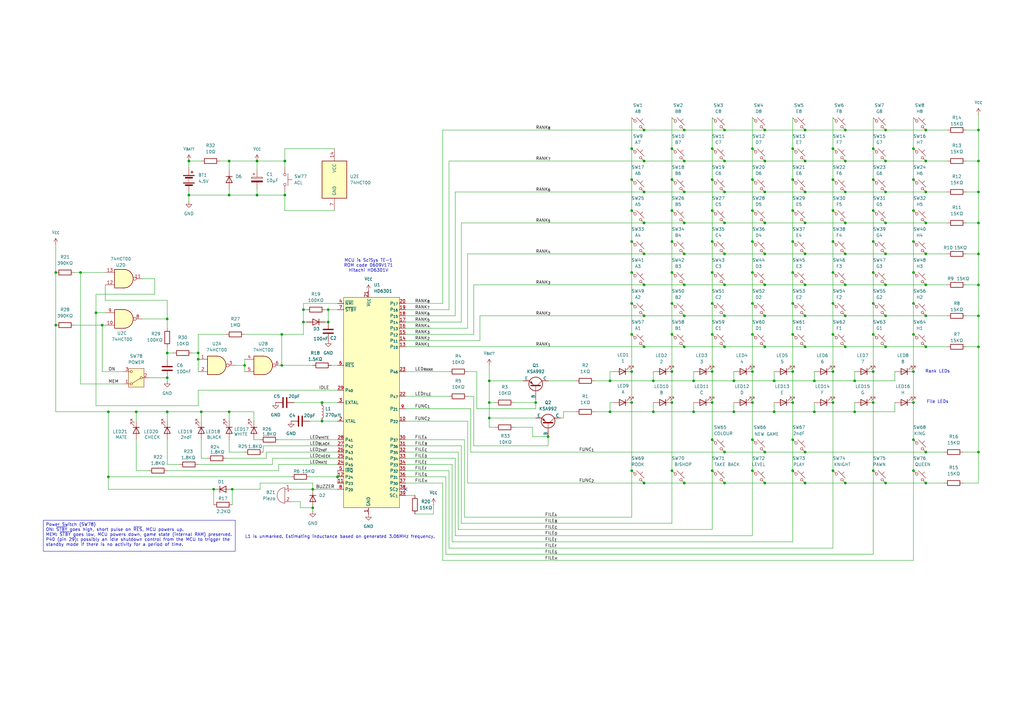
<source format=kicad_sch>
(kicad_sch (version 20250114) (generator "eeschema") (generator_version "9.0")
  (paper "A3")
  (title_block (title "Tandy 1650 Electronic Chess") (date "10/JAN/2026") (rev "A") (company "Brett Hallen") (comment 3 "SciSys TE-1 0609V171") (comment 4 "LogiChess"))
  (text "Rank LEDs" (at 384.556 152.4 0) (effects (font (size 1.27 1.27))))
  (text "L1 is unmarked. Estimating inductance based on generated 3.06MHz frequency." (at 139.446 220.218 0) (effects (font (size 1.27 1.27))))
  (text "MCU is SciSys TE-1\nROM code 0609V171\nHitachi HD6301V" (at 151.13 108.966 0) (effects (font (size 1.27 1.27))))
  (text "File LEDs" (at 384.556 164.846 0) (effects (font (size 1.27 1.27))))
  (text_box "Power Switch (SW78)\nON: ~{STBY} goes high, short pulse on ~{RES}, MCU powers up.\nMEM: ~{STBY} goes low, MCU powers down, game state (internal RAM) preserved.\nP40 (pin 29): possibly an idle shutdown control from the MCU to trigger the standby mode if there is no activity for a period of time.\n" (at 17.78 213.36 0) (size 78.74 12.7) (margins 0.9525 0.9525 0.9525 0.9525) (effects (font (size 1.27 1.27)) (justify left top)))
  (junction (at 379.73 66.04))
  (junction (at 264.16 198.12))
  (junction (at 308.61 60.96))
  (junction (at 374.65 111.76))
  (junction (at 292.1 152.4))
  (junction (at 401.32 78.74))
  (junction (at 363.22 66.04))
  (junction (at 132.08 165.1))
  (junction (at 275.59 99.06))
  (junction (at 68.58 154.94))
  (junction (at 259.08 73.66))
  (junction (at 93.98 66.04))
  (junction (at 325.12 180.34))
  (junction (at 41.91 133.35))
  (junction (at 280.67 78.74))
  (junction (at 264.16 78.74))
  (junction (at 68.58 168.91))
  (junction (at 325.12 86.36))
  (junction (at 132.08 172.72))
  (junction (at 292.1 60.96))
  (junction (at 275.59 86.36))
  (junction (at 308.61 165.1))
  (junction (at 313.69 53.34))
  (junction (at 297.18 78.74))
  (junction (at 224.79 179.07))
  (junction (at 358.14 60.96))
  (junction (at 308.61 180.34))
  (junction (at 297.18 104.14))
  (junction (at 93.98 80.01))
  (junction (at 325.12 73.66))
  (junction (at 297.18 185.42))
  (junction (at 259.08 86.36))
  (junction (at 259.08 111.76))
  (junction (at 81.28 147.32))
  (junction (at 115.57 149.86))
  (junction (at 363.22 142.24))
  (junction (at 346.71 91.44))
  (junction (at 346.71 53.34))
  (junction (at 297.18 129.54))
  (junction (at 264.16 53.34))
  (junction (at 363.22 78.74))
  (junction (at 313.69 91.44))
  (junction (at 55.88 168.91))
  (junction (at 250.19 168.91))
  (junction (at 313.69 66.04))
  (junction (at 341.63 86.36))
  (junction (at 128.27 200.66))
  (junction (at 325.12 137.16))
  (junction (at 280.67 198.12))
  (junction (at 379.73 104.14))
  (junction (at 313.69 129.54))
  (junction (at 300.99 156.21))
  (junction (at 341.63 124.46))
  (junction (at 341.63 99.06))
  (junction (at 325.12 165.1))
  (junction (at 363.22 116.84))
  (junction (at 379.73 91.44))
  (junction (at 325.12 111.76))
  (junction (at 346.71 104.14))
  (junction (at 325.12 124.46))
  (junction (at 358.14 124.46))
  (junction (at 297.18 66.04))
  (junction (at 350.52 156.21))
  (junction (at 363.22 198.12))
  (junction (at 292.1 124.46))
  (junction (at 264.16 66.04))
  (junction (at 363.22 53.34))
  (junction (at 275.59 73.66))
  (junction (at 292.1 193.04))
  (junction (at 363.22 129.54))
  (junction (at 358.14 111.76))
  (junction (at 100.33 149.86))
  (junction (at 379.73 129.54))
  (junction (at 401.32 185.42))
  (junction (at 358.14 86.36))
  (junction (at 330.2 129.54))
  (junction (at 264.16 116.84))
  (junction (at 39.37 128.27))
  (junction (at 374.65 165.1))
  (junction (at 124.46 132.08))
  (junction (at 292.1 180.34))
  (junction (at 200.66 165.1))
  (junction (at 374.65 60.96))
  (junction (at 401.32 66.04))
  (junction (at 275.59 165.1))
  (junction (at 330.2 91.44))
  (junction (at 124.46 127))
  (junction (at 297.18 142.24))
  (junction (at 297.18 53.34))
  (junction (at 330.2 116.84))
  (junction (at 292.1 165.1))
  (junction (at 280.67 104.14))
  (junction (at 259.08 60.96))
  (junction (at 363.22 91.44))
  (junction (at 374.65 73.66))
  (junction (at 259.08 152.4))
  (junction (at 259.08 99.06))
  (junction (at 134.62 127))
  (junction (at 259.08 165.1))
  (junction (at 308.61 73.66))
  (junction (at 374.65 193.04))
  (junction (at 330.2 198.12))
  (junction (at 280.67 142.24))
  (junction (at 313.69 116.84))
  (junction (at 267.97 156.21))
  (junction (at 284.48 168.91))
  (junction (at 264.16 91.44))
  (junction (at 259.08 137.16))
  (junction (at 374.65 137.16))
  (junction (at 93.98 168.91))
  (junction (at 401.32 91.44))
  (junction (at 267.97 168.91))
  (junction (at 330.2 185.42))
  (junction (at 22.86 111.76))
  (junction (at 346.71 116.84))
  (junction (at 300.99 168.91))
  (junction (at 308.61 193.04))
  (junction (at 68.58 130.81))
  (junction (at 297.18 198.12))
  (junction (at 292.1 99.06))
  (junction (at 275.59 60.96))
  (junction (at 350.52 168.91))
  (junction (at 22.86 133.35))
  (junction (at 308.61 99.06))
  (junction (at 134.62 132.08))
  (junction (at 341.63 60.96))
  (junction (at 346.71 129.54))
  (junction (at 44.45 168.91))
  (junction (at 280.67 116.84))
  (junction (at 358.14 99.06))
  (junction (at 138.43 195.58))
  (junction (at 77.47 80.01))
  (junction (at 341.63 137.16))
  (junction (at 401.32 53.34))
  (junction (at 346.71 78.74))
  (junction (at 250.19 156.21))
  (junction (at 200.66 171.45))
  (junction (at 105.41 80.01))
  (junction (at 341.63 165.1))
  (junction (at 275.59 152.4))
  (junction (at 334.01 156.21))
  (junction (at 297.18 116.84))
  (junction (at 341.63 111.76))
  (junction (at 292.1 137.16))
  (junction (at 44.45 195.58))
  (junction (at 82.55 168.91))
  (junction (at 401.32 129.54))
  (junction (at 379.73 116.84))
  (junction (at 280.67 53.34))
  (junction (at 341.63 73.66))
  (junction (at 308.61 137.16))
  (junction (at 379.73 198.12))
  (junction (at 346.71 142.24))
  (junction (at 346.71 66.04))
  (junction (at 77.47 66.04))
  (junction (at 379.73 78.74))
  (junction (at 264.16 104.14))
  (junction (at 358.14 152.4))
  (junction (at 275.59 137.16))
  (junction (at 374.65 152.4))
  (junction (at 219.71 165.1))
  (junction (at 275.59 111.76))
  (junction (at 341.63 152.4))
  (junction (at 259.08 193.04))
  (junction (at 280.67 91.44))
  (junction (at 334.01 168.91))
  (junction (at 317.5 168.91))
  (junction (at 105.41 66.04))
  (junction (at 308.61 111.76))
  (junction (at 280.67 129.54))
  (junction (at 87.63 200.66))
  (junction (at 374.65 180.34))
  (junction (at 264.16 142.24))
  (junction (at 128.27 208.28))
  (junction (at 317.5 156.21))
  (junction (at 379.73 142.24))
  (junction (at 358.14 137.16))
  (junction (at 116.84 66.04))
  (junction (at 200.66 156.21))
  (junction (at 325.12 60.96))
  (junction (at 313.69 185.42))
  (junction (at 363.22 104.14))
  (junction (at 325.12 99.06))
  (junction (at 313.69 78.74))
  (junction (at 346.71 198.12))
  (junction (at 325.12 152.4))
  (junction (at 330.2 78.74))
  (junction (at 292.1 73.66))
  (junction (at 308.61 124.46))
  (junction (at 330.2 66.04))
  (junction (at 358.14 165.1))
  (junction (at 292.1 111.76))
  (junction (at 330.2 104.14))
  (junction (at 68.58 144.78))
  (junction (at 264.16 129.54))
  (junction (at 292.1 86.36))
  (junction (at 308.61 152.4))
  (junction (at 313.69 142.24))
  (junction (at 116.84 80.01))
  (junction (at 330.2 53.34))
  (junction (at 81.28 144.78))
  (junction (at 313.69 198.12))
  (junction (at 297.18 91.44))
  (junction (at 358.14 193.04))
  (junction (at 313.69 104.14))
  (junction (at 358.14 73.66))
  (junction (at 95.25 200.66))
  (junction (at 284.48 156.21))
  (junction (at 374.65 99.06))
  (junction (at 275.59 193.04))
  (junction (at 325.12 193.04))
  (junction (at 374.65 86.36))
  (junction (at 330.2 142.24))
  (junction (at 275.59 124.46))
  (junction (at 379.73 185.42))
  (junction (at 280.67 66.04))
  (junction (at 308.61 86.36))
  (junction (at 401.32 104.14))
  (junction (at 259.08 124.46))
  (junction (at 341.63 193.04))
  (junction (at 379.73 53.34))
  (junction (at 115.57 137.16))
  (junction (at 401.32 116.84))
  (junction (at 401.32 142.24))
  (junction (at 374.65 124.46))
  (junction (at 33.02 111.76))
  (no_connect (at 166.37 200.66))
  (wire (pts (xy 114.3 190.5) (xy 138.43 190.5)))
  (wire (pts (xy 264.16 198.12) (xy 280.67 198.12)))
  (wire (pts (xy 374.65 111.76) (xy 374.65 124.46)))
  (wire (pts (xy 125.73 132.08) (xy 124.46 132.08)))
  (wire (pts (xy 363.22 129.54) (xy 379.73 129.54)))
  (wire (pts (xy 363.22 53.34) (xy 379.73 53.34)))
  (wire (pts (xy 297.18 91.44) (xy 313.69 91.44)))
  (wire (pts (xy 292.1 111.76) (xy 292.1 124.46)))
  (wire (pts (xy 39.37 128.27) (xy 39.37 166.37)))
  (wire (pts (xy 394.97 185.42) (xy 401.32 185.42)))
  (wire (pts (xy 341.63 224.79) (xy 341.63 193.04)))
  (wire (pts (xy 292.1 152.4) (xy 292.1 165.1)))
  (wire (pts (xy 39.37 120.65) (xy 39.37 128.27)))
  (wire (pts (xy 43.18 116.84) (xy 43.18 123.19)))
  (wire (pts (xy 275.59 111.76) (xy 275.59 124.46)))
  (wire (pts (xy 401.32 78.74) (xy 401.32 91.44)))
  (wire (pts (xy 166.37 195.58) (xy 182.88 195.58)))
  (wire (pts (xy 341.63 48.26) (xy 341.63 60.96)))
  (wire (pts (xy 44.45 200.66) (xy 87.63 200.66)))
  (wire (pts (xy 317.5 168.91) (xy 334.01 168.91)))
  (wire (pts (xy 346.71 129.54) (xy 363.22 129.54)))
  (wire (pts (xy 123.19 205.74) (xy 123.19 208.28)))
  (wire (pts (xy 317.5 165.1) (xy 317.5 168.91)))
  (wire (pts (xy 181.61 124.46) (xy 166.37 124.46)))
  (wire (pts (xy 358.14 124.46) (xy 358.14 137.16)))
  (wire (pts (xy 330.2 116.84) (xy 346.71 116.84)))
  (wire (pts (xy 125.73 127) (xy 124.46 127)))
  (wire (pts (xy 138.43 195.58) (xy 138.43 198.12)))
  (wire (pts (xy 77.47 82.55) (xy 77.47 80.01)))
  (wire (pts (xy 284.48 156.21) (xy 300.99 156.21)))
  (wire (pts (xy 100.33 147.32) (xy 100.33 149.86)))
  (wire (pts (xy 374.65 99.06) (xy 374.65 111.76)))
  (wire (pts (xy 81.28 147.32) (xy 81.28 152.4)))
  (wire (pts (xy 166.37 129.54) (xy 186.69 129.54)))
  (wire (pts (xy 325.12 73.66) (xy 325.12 86.36)))
  (wire (pts (xy 68.58 190.5) (xy 73.66 190.5)))
  (wire (pts (xy 200.66 175.26) (xy 200.66 171.45)))
  (wire (pts (xy 134.62 127) (xy 138.43 127)))
  (wire (pts (xy 181.61 198.12) (xy 181.61 229.87)))
  (wire (pts (xy 186.69 78.74) (xy 264.16 78.74)))
  (wire (pts (xy 308.61 111.76) (xy 308.61 124.46)))
  (wire (pts (xy 292.1 217.17) (xy 292.1 193.04)))
  (wire (pts (xy 313.69 142.24) (xy 330.2 142.24)))
  (wire (pts (xy 264.16 142.24) (xy 280.67 142.24)))
  (wire (pts (xy 133.35 127) (xy 134.62 127)))
  (wire (pts (xy 50.8 157.48) (xy 33.02 157.48)))
  (wire (pts (xy 388.62 116.84) (xy 379.73 116.84)))
  (wire (pts (xy 275.59 73.66) (xy 275.59 86.36)))
  (wire (pts (xy 250.19 168.91) (xy 267.97 168.91)))
  (wire (pts (xy 93.98 69.85) (xy 93.98 66.04)))
  (wire (pts (xy 93.98 168.91) (xy 104.14 168.91)))
  (wire (pts (xy 401.32 116.84) (xy 401.32 129.54)))
  (wire (pts (xy 313.69 185.42) (xy 330.2 185.42)))
  (wire (pts (xy 41.91 133.35) (xy 43.18 133.35)))
  (wire (pts (xy 68.58 193.04) (xy 114.3 193.04)))
  (wire (pts (xy 317.5 156.21) (xy 334.01 156.21)))
  (wire (pts (xy 280.67 91.44) (xy 297.18 91.44)))
  (wire (pts (xy 325.12 137.16) (xy 325.12 152.4)))
  (wire (pts (xy 267.97 156.21) (xy 284.48 156.21)))
  (wire (pts (xy 346.71 66.04) (xy 363.22 66.04)))
  (wire (pts (xy 196.85 139.7) (xy 196.85 129.54)))
  (wire (pts (xy 358.14 165.1) (xy 358.14 193.04)))
  (wire (pts (xy 166.37 190.5) (xy 185.42 190.5)))
  (wire (pts (xy 358.14 137.16) (xy 358.14 152.4)))
  (wire (pts (xy 138.43 180.34) (xy 114.3 180.34)))
  (wire (pts (xy 93.98 185.42) (xy 100.33 185.42)))
  (wire (pts (xy 128.27 209.55) (xy 128.27 208.28)))
  (wire (pts (xy 127 195.58) (xy 138.43 195.58)))
  (wire (pts (xy 284.48 152.4) (xy 284.48 156.21)))
  (wire (pts (xy 63.5 114.3) (xy 63.5 120.65)))
  (wire (pts (xy 363.22 116.84) (xy 379.73 116.84)))
  (wire (pts (xy 116.84 66.04) (xy 105.41 66.04)))
  (wire (pts (xy 313.69 78.74) (xy 330.2 78.74)))
  (wire (pts (xy 250.19 156.21) (xy 267.97 156.21)))
  (wire (pts (xy 259.08 124.46) (xy 259.08 137.16)))
  (wire (pts (xy 264.16 129.54) (xy 280.67 129.54)))
  (wire (pts (xy 68.58 130.81) (xy 68.58 134.62)))
  (wire (pts (xy 166.37 132.08) (xy 189.23 132.08)))
  (wire (pts (xy 124.46 127) (xy 124.46 132.08)))
  (wire (pts (xy 195.58 152.4) (xy 195.58 167.64)))
  (wire (pts (xy 379.73 198.12) (xy 387.35 198.12)))
  (wire (pts (xy 264.16 116.84) (xy 280.67 116.84)))
  (wire (pts (xy 186.69 187.96) (xy 186.69 219.71)))
  (wire (pts (xy 210.82 175.26) (xy 218.44 175.26)))
  (wire (pts (xy 109.22 187.96) (xy 109.22 185.42)))
  (wire (pts (xy 22.86 111.76) (xy 22.86 133.35)))
  (wire (pts (xy 105.41 66.04) (xy 93.98 66.04)))
  (wire (pts (xy 137.16 86.36) (xy 116.84 86.36)))
  (wire (pts (xy 401.32 66.04) (xy 401.32 78.74)))
  (wire (pts (xy 292.1 180.34) (xy 292.1 193.04)))
  (wire (pts (xy 388.62 129.54) (xy 379.73 129.54)))
  (wire (pts (xy 190.5 212.09) (xy 259.08 212.09)))
  (wire (pts (xy 264.16 53.34) (xy 280.67 53.34)))
  (wire (pts (xy 313.69 116.84) (xy 330.2 116.84)))
  (wire (pts (xy 374.65 48.26) (xy 374.65 60.96)))
  (wire (pts (xy 116.84 80.01) (xy 105.41 80.01)))
  (wire (pts (xy 219.71 165.1) (xy 219.71 163.83)))
  (wire (pts (xy 388.62 104.14) (xy 379.73 104.14)))
  (wire (pts (xy 388.62 142.24) (xy 379.73 142.24)))
  (wire (pts (xy 181.61 229.87) (xy 374.65 229.87)))
  (wire (pts (xy 313.69 198.12) (xy 330.2 198.12)))
  (wire (pts (xy 195.58 167.64) (xy 219.71 167.64)))
  (wire (pts (xy 341.63 165.1) (xy 341.63 193.04)))
  (wire (pts (xy 325.12 165.1) (xy 325.12 180.34)))
  (wire (pts (xy 308.61 137.16) (xy 308.61 152.4)))
  (wire (pts (xy 166.37 193.04) (xy 184.15 193.04)))
  (wire (pts (xy 363.22 78.74) (xy 379.73 78.74)))
  (wire (pts (xy 367.03 168.91) (xy 367.03 165.1)))
  (wire (pts (xy 396.24 129.54) (xy 401.32 129.54)))
  (wire (pts (xy 358.14 60.96) (xy 358.14 73.66)))
  (wire (pts (xy 330.2 91.44) (xy 346.71 91.44)))
  (wire (pts (xy 401.32 53.34) (xy 401.32 66.04)))
  (wire (pts (xy 39.37 128.27) (xy 43.18 128.27)))
  (wire (pts (xy 96.52 149.86) (xy 100.33 149.86)))
  (wire (pts (xy 308.61 86.36) (xy 308.61 99.06)))
  (wire (pts (xy 186.69 129.54) (xy 186.69 78.74)))
  (wire (pts (xy 189.23 182.88) (xy 189.23 214.63)))
  (wire (pts (xy 82.55 180.34) (xy 82.55 187.96)))
  (wire (pts (xy 401.32 198.12) (xy 401.32 185.42)))
  (wire (pts (xy 297.18 104.14) (xy 313.69 104.14)))
  (wire (pts (xy 22.86 100.33) (xy 22.86 111.76)))
  (wire (pts (xy 120.65 165.1) (xy 132.08 165.1)))
  (wire (pts (xy 68.58 172.72) (xy 68.58 168.91)))
  (wire (pts (xy 200.66 149.86) (xy 200.66 156.21)))
  (wire (pts (xy 106.68 200.66) (xy 106.68 198.12)))
  (wire (pts (xy 138.43 124.46) (xy 124.46 124.46)))
  (wire (pts (xy 77.47 66.04) (xy 77.47 68.58)))
  (wire (pts (xy 106.68 198.12) (xy 128.27 198.12)))
  (wire (pts (xy 292.1 137.16) (xy 292.1 152.4)))
  (wire (pts (xy 350.52 168.91) (xy 367.03 168.91)))
  (wire (pts (xy 284.48 168.91) (xy 300.99 168.91)))
  (wire (pts (xy 219.71 167.64) (xy 219.71 165.1)))
  (wire (pts (xy 313.69 53.34) (xy 330.2 53.34)))
  (wire (pts (xy 297.18 78.74) (xy 313.69 78.74)))
  (wire (pts (xy 111.76 190.5) (xy 81.28 190.5)))
  (wire (pts (xy 308.61 48.26) (xy 308.61 60.96)))
  (wire (pts (xy 267.97 152.4) (xy 267.97 156.21)))
  (wire (pts (xy 93.98 180.34) (xy 93.98 185.42)))
  (wire (pts (xy 114.3 193.04) (xy 114.3 190.5)))
  (wire (pts (xy 259.08 73.66) (xy 259.08 86.36)))
  (wire (pts (xy 401.32 91.44) (xy 401.32 104.14)))
  (wire (pts (xy 308.61 152.4) (xy 308.61 165.1)))
  (wire (pts (xy 325.12 99.06) (xy 325.12 111.76)))
  (wire (pts (xy 275.59 165.1) (xy 275.59 193.04)))
  (wire (pts (xy 181.61 53.34) (xy 181.61 124.46)))
  (wire (pts (xy 82.55 168.91) (xy 93.98 168.91)))
  (wire (pts (xy 218.44 179.07) (xy 224.79 179.07)))
  (wire (pts (xy 100.33 149.86) (xy 100.33 152.4)))
  (wire (pts (xy 330.2 185.42) (xy 379.73 185.42)))
  (wire (pts (xy 44.45 168.91) (xy 44.45 195.58)))
  (wire (pts (xy 308.61 73.66) (xy 308.61 86.36)))
  (wire (pts (xy 394.97 198.12) (xy 401.32 198.12)))
  (wire (pts (xy 138.43 193.04) (xy 138.43 195.58)))
  (wire (pts (xy 250.19 156.21) (xy 243.84 156.21)))
  (wire (pts (xy 325.12 86.36) (xy 325.12 99.06)))
  (wire (pts (xy 166.37 185.42) (xy 187.96 185.42)))
  (wire (pts (xy 374.65 124.46) (xy 374.65 137.16)))
  (wire (pts (xy 184.15 66.04) (xy 264.16 66.04)))
  (wire (pts (xy 132.08 165.1) (xy 138.43 165.1)))
  (wire (pts (xy 116.84 68.58) (xy 116.84 66.04)))
  (wire (pts (xy 363.22 104.14) (xy 379.73 104.14)))
  (wire (pts (xy 325.12 180.34) (xy 325.12 193.04)))
  (wire (pts (xy 166.37 127) (xy 184.15 127)))
  (wire (pts (xy 184.15 193.04) (xy 184.15 224.79)))
  (wire (pts (xy 300.99 152.4) (xy 300.99 156.21)))
  (wire (pts (xy 22.86 168.91) (xy 44.45 168.91)))
  (wire (pts (xy 267.97 168.91) (xy 284.48 168.91)))
  (wire (pts (xy 341.63 124.46) (xy 341.63 137.16)))
  (wire (pts (xy 166.37 180.34) (xy 190.5 180.34)))
  (wire (pts (xy 190.5 180.34) (xy 190.5 212.09)))
  (wire (pts (xy 292.1 86.36) (xy 292.1 99.06)))
  (wire (pts (xy 182.88 227.33) (xy 358.14 227.33)))
  (wire (pts (xy 191.77 172.72) (xy 191.77 198.12)))
  (wire (pts (xy 346.71 53.34) (xy 363.22 53.34)))
  (wire (pts (xy 166.37 137.16) (xy 194.31 137.16)))
  (wire (pts (xy 189.23 214.63) (xy 275.59 214.63)))
  (wire (pts (xy 107.95 182.88) (xy 107.95 185.42)))
  (wire (pts (xy 363.22 91.44) (xy 379.73 91.44)))
  (wire (pts (xy 119.38 200.66) (xy 128.27 200.66)))
  (wire (pts (xy 396.24 116.84) (xy 401.32 116.84)))
  (wire (pts (xy 81.28 166.37) (xy 81.28 160.02)))
  (wire (pts (xy 105.41 77.47) (xy 105.41 80.01)))
  (wire (pts (xy 22.86 133.35) (xy 22.86 168.91)))
  (wire (pts (xy 280.67 66.04) (xy 297.18 66.04)))
  (wire (pts (xy 396.24 91.44) (xy 401.32 91.44)))
  (wire (pts (xy 308.61 60.96) (xy 308.61 73.66)))
  (wire (pts (xy 363.22 198.12) (xy 379.73 198.12)))
  (wire (pts (xy 250.19 165.1) (xy 251.46 165.1)))
  (wire (pts (xy 185.42 190.5) (xy 185.42 222.25)))
  (wire (pts (xy 358.14 152.4) (xy 358.14 165.1)))
  (wire (pts (xy 267.97 165.1) (xy 267.97 168.91)))
  (wire (pts (xy 280.67 78.74) (xy 297.18 78.74)))
  (wire (pts (xy 330.2 142.24) (xy 346.71 142.24)))
  (wire (pts (xy 189.23 91.44) (xy 264.16 91.44)))
  (wire (pts (xy 166.37 152.4) (xy 184.15 152.4)))
  (wire (pts (xy 104.14 180.34) (xy 106.68 180.34)))
  (wire (pts (xy 250.19 152.4) (xy 251.46 152.4)))
  (wire (pts (xy 308.61 180.34) (xy 308.61 193.04)))
  (wire (pts (xy 116.84 78.74) (xy 116.84 80.01)))
  (wire (pts (xy 374.65 73.66) (xy 374.65 86.36)))
  (wire (pts (xy 133.35 132.08) (xy 134.62 132.08)))
  (wire (pts (xy 275.59 193.04) (xy 275.59 214.63)))
  (wire (pts (xy 379.73 185.42) (xy 387.35 185.42)))
  (wire (pts (xy 374.65 180.34) (xy 374.65 193.04)))
  (wire (pts (xy 111.76 187.96) (xy 111.76 190.5)))
  (wire (pts (xy 379.73 91.44) (xy 388.62 91.44)))
  (wire (pts (xy 44.45 195.58) (xy 44.45 200.66)))
  (wire (pts (xy 341.63 73.66) (xy 341.63 86.36)))
  (wire (pts (xy 191.77 104.14) (xy 264.16 104.14)))
  (wire (pts (xy 115.57 137.16) (xy 115.57 149.86)))
  (wire (pts (xy 374.65 152.4) (xy 374.65 165.1)))
  (wire (pts (xy 78.74 144.78) (xy 81.28 144.78)))
  (wire (pts (xy 350.52 152.4) (xy 350.52 156.21)))
  (wire (pts (xy 374.65 60.96) (xy 374.65 73.66)))
  (wire (pts (xy 236.22 168.91) (xy 231.14 168.91)))
  (wire (pts (xy 184.15 224.79) (xy 341.63 224.79)))
  (wire (pts (xy 200.66 156.21) (xy 200.66 165.1)))
  (wire (pts (xy 396.24 53.34) (xy 401.32 53.34)))
  (wire (pts (xy 33.02 157.48) (xy 33.02 111.76)))
  (wire (pts (xy 68.58 168.91) (xy 82.55 168.91)))
  (wire (pts (xy 363.22 66.04) (xy 379.73 66.04)))
  (wire (pts (xy 138.43 182.88) (xy 107.95 182.88)))
  (wire (pts (xy 196.85 129.54) (xy 264.16 129.54)))
  (wire (pts (xy 300.99 168.91) (xy 317.5 168.91)))
  (wire (pts (xy 259.08 111.76) (xy 259.08 124.46)))
  (wire (pts (xy 200.66 171.45) (xy 200.66 165.1)))
  (wire (pts (xy 194.31 162.56) (xy 194.31 182.88)))
  (wire (pts (xy 231.14 171.45) (xy 229.87 171.45)))
  (wire (pts (xy 280.67 53.34) (xy 297.18 53.34)))
  (wire (pts (xy 313.69 129.54) (xy 330.2 129.54)))
  (wire (pts (xy 325.12 124.46) (xy 325.12 137.16)))
  (wire (pts (xy 292.1 48.26) (xy 292.1 60.96)))
  (wire (pts (xy 77.47 78.74) (xy 77.47 80.01)))
  (wire (pts (xy 50.8 152.4) (xy 41.91 152.4)))
  (wire (pts (xy 231.14 168.91) (xy 231.14 171.45)))
  (wire (pts (xy 116.84 60.96) (xy 116.84 66.04)))
  (wire (pts (xy 166.37 187.96) (xy 186.69 187.96)))
  (wire (pts (xy 194.31 182.88) (xy 224.79 182.88)))
  (wire (pts (xy 191.77 198.12) (xy 264.16 198.12)))
  (wire (pts (xy 58.42 114.3) (xy 63.5 114.3)))
  (wire (pts (xy 132.08 172.72) (xy 138.43 172.72)))
  (wire (pts (xy 81.28 144.78) (xy 81.28 137.16)))
  (wire (pts (xy 341.63 60.96) (xy 341.63 73.66)))
  (wire (pts (xy 189.23 132.08) (xy 189.23 91.44)))
  (wire (pts (xy 224.79 156.21) (xy 236.22 156.21)))
  (wire (pts (xy 186.69 219.71) (xy 308.61 219.71)))
  (wire (pts (xy 115.57 137.16) (xy 124.46 137.16)))
  (wire (pts (xy 191.77 152.4) (xy 195.58 152.4)))
  (wire (pts (xy 128.27 200.66) (xy 138.43 200.66)))
  (wire (pts (xy 30.48 111.76) (xy 33.02 111.76)))
  (wire (pts (xy 81.28 137.16) (xy 92.71 137.16)))
  (wire (pts (xy 81.28 144.78) (xy 81.28 147.32)))
  (wire (pts (xy 224.79 182.88) (xy 224.79 179.07)))
  (wire (pts (xy 341.63 137.16) (xy 341.63 152.4)))
  (wire (pts (xy 317.5 152.4) (xy 317.5 156.21)))
  (wire (pts (xy 275.59 124.46) (xy 275.59 137.16)))
  (wire (pts (xy 128.27 198.12) (xy 128.27 200.66)))
  (wire (pts (xy 191.77 162.56) (xy 194.31 162.56)))
  (wire (pts (xy 275.59 99.06) (xy 275.59 111.76)))
  (wire (pts (xy 191.77 134.62) (xy 191.77 104.14)))
  (wire (pts (xy 264.16 78.74) (xy 280.67 78.74)))
  (wire (pts (xy 68.58 142.24) (xy 68.58 144.78)))
  (wire (pts (xy 313.69 104.14) (xy 330.2 104.14)))
  (wire (pts (xy 350.52 165.1) (xy 350.52 168.91)))
  (wire (pts (xy 341.63 99.06) (xy 341.63 111.76)))
  (wire (pts (xy 68.58 154.94) (xy 68.58 156.21)))
  (wire (pts (xy 170.18 210.82) (xy 177.8 210.82)))
  (wire (pts (xy 43.18 123.19) (xy 68.58 123.19)))
  (wire (pts (xy 44.45 195.58) (xy 119.38 195.58)))
  (wire (pts (xy 308.61 124.46) (xy 308.61 137.16)))
  (wire (pts (xy 325.12 48.26) (xy 325.12 60.96)))
  (wire (pts (xy 87.63 200.66) (xy 87.63 207.01)))
  (wire (pts (xy 124.46 124.46) (xy 124.46 127)))
  (wire (pts (xy 166.37 162.56) (xy 184.15 162.56)))
  (wire (pts (xy 280.67 129.54) (xy 297.18 129.54)))
  (wire (pts (xy 358.14 48.26) (xy 358.14 60.96)))
  (wire (pts (xy 44.45 168.91) (xy 55.88 168.91)))
  (wire (pts (xy 325.12 60.96) (xy 325.12 73.66)))
  (wire (pts (xy 210.82 165.1) (xy 219.71 165.1)))
  (wire (pts (xy 275.59 48.26) (xy 275.59 60.96)))
  (wire (pts (xy 41.91 152.4) (xy 41.91 133.35)))
  (wire (pts (xy 346.71 142.24) (xy 363.22 142.24)))
  (wire (pts (xy 330.2 129.54) (xy 346.71 129.54)))
  (wire (pts (xy 325.12 152.4) (xy 325.12 165.1)))
  (wire (pts (xy 300.99 165.1) (xy 300.99 168.91)))
  (wire (pts (xy 185.42 222.25) (xy 325.12 222.25)))
  (wire (pts (xy 292.1 73.66) (xy 292.1 86.36)))
  (wire (pts (xy 116.84 60.96) (xy 137.16 60.96)))
  (wire (pts (xy 30.48 133.35) (xy 41.91 133.35)))
  (wire (pts (xy 193.04 167.64) (xy 193.04 185.42)))
  (wire (pts (xy 187.96 217.17) (xy 292.1 217.17)))
  (wire (pts (xy 259.08 99.06) (xy 259.08 111.76)))
  (wire (pts (xy 250.19 165.1) (xy 250.19 168.91)))
  (wire (pts (xy 194.31 137.16) (xy 194.31 116.84)))
  (wire (pts (xy 200.66 171.45) (xy 219.71 171.45)))
  (wire (pts (xy 313.69 66.04) (xy 330.2 66.04)))
  (wire (pts (xy 275.59 152.4) (xy 275.59 165.1)))
  (wire (pts (xy 374.65 165.1) (xy 374.65 180.34)))
  (wire (pts (xy 259.08 60.96) (xy 259.08 73.66)))
  (wire (pts (xy 81.28 160.02) (xy 138.43 160.02)))
  (wire (pts (xy 166.37 134.62) (xy 191.77 134.62)))
  (wire (pts (xy 396.24 66.04) (xy 401.32 66.04)))
  (wire (pts (xy 259.08 86.36) (xy 259.08 99.06)))
  (wire (pts (xy 55.88 193.04) (xy 60.96 193.04)))
  (wire (pts (xy 170.18 203.2) (xy 166.37 203.2)))
  (wire (pts (xy 401.32 185.42) (xy 401.32 142.24)))
  (wire (pts (xy 341.63 111.76) (xy 341.63 124.46)))
  (wire (pts (xy 109.22 185.42) (xy 138.43 185.42)))
  (wire (pts (xy 308.61 193.04) (xy 308.61 219.71)))
  (wire (pts (xy 127 172.72) (xy 132.08 172.72)))
  (wire (pts (xy 292.1 124.46) (xy 292.1 137.16)))
  (wire (pts (xy 284.48 165.1) (xy 284.48 168.91)))
  (wire (pts (xy 275.59 137.16) (xy 275.59 152.4)))
  (wire (pts (xy 297.18 66.04) (xy 313.69 66.04)))
  (wire (pts (xy 200.66 165.1) (xy 203.2 165.1)))
  (wire (pts (xy 93.98 77.47) (xy 93.98 80.01)))
  (wire (pts (xy 325.12 193.04) (xy 325.12 222.25)))
  (wire (pts (xy 297.18 185.42) (xy 313.69 185.42)))
  (wire (pts (xy 358.14 99.06) (xy 358.14 111.76)))
  (wire (pts (xy 68.58 144.78) (xy 71.12 144.78)))
  (wire (pts (xy 292.1 99.06) (xy 292.1 111.76)))
  (wire (pts (xy 341.63 152.4) (xy 341.63 165.1)))
  (wire (pts (xy 105.41 80.01) (xy 93.98 80.01)))
  (wire (pts (xy 374.65 137.16) (xy 374.65 152.4)))
  (wire (pts (xy 374.65 229.87) (xy 374.65 193.04)))
  (wire (pts (xy 55.88 172.72) (xy 55.88 168.91)))
  (wire (pts (xy 308.61 165.1) (xy 308.61 180.34)))
  (wire (pts (xy 346.71 78.74) (xy 363.22 78.74)))
  (wire (pts (xy 105.41 66.04) (xy 105.41 69.85)))
  (wire (pts (xy 401.32 104.14) (xy 401.32 116.84)))
  (wire (pts (xy 367.03 156.21) (xy 367.03 152.4)))
  (wire (pts (xy 396.24 78.74) (xy 401.32 78.74)))
  (wire (pts (xy 177.8 207.01) (xy 177.8 210.82)))
  (wire (pts (xy 297.18 142.24) (xy 313.69 142.24)))
  (wire (pts (xy 119.38 205.74) (xy 123.19 205.74)))
  (wire (pts (xy 358.14 86.36) (xy 358.14 99.06)))
  (wire (pts (xy 100.33 137.16) (xy 115.57 137.16)))
  (wire (pts (xy 297.18 198.12) (xy 313.69 198.12)))
  (wire (pts (xy 138.43 187.96) (xy 111.76 187.96)))
  (wire (pts (xy 275.59 60.96) (xy 275.59 73.66)))
  (wire (pts (xy 363.22 142.24) (xy 379.73 142.24)))
  (wire (pts (xy 135.89 149.86) (xy 138.43 149.86)))
  (wire (pts (xy 181.61 53.34) (xy 264.16 53.34)))
  (wire (pts (xy 264.16 66.04) (xy 280.67 66.04)))
  (wire (pts (xy 280.67 104.14) (xy 297.18 104.14)))
  (wire (pts (xy 334.01 168.91) (xy 350.52 168.91)))
  (wire (pts (xy 58.42 130.81) (xy 68.58 130.81)))
  (wire (pts (xy 166.37 182.88) (xy 189.23 182.88)))
  (wire (pts (xy 166.37 142.24) (xy 264.16 142.24)))
  (wire (pts (xy 297.18 116.84) (xy 313.69 116.84)))
  (wire (pts (xy 350.52 156.21) (xy 367.03 156.21)))
  (wire (pts (xy 93.98 66.04) (xy 90.17 66.04)))
  (wire (pts (xy 259.08 152.4) (xy 259.08 165.1)))
  (wire (pts (xy 275.59 86.36) (xy 275.59 99.06)))
  (wire (pts (xy 401.32 129.54) (xy 401.32 142.24)))
  (wire (pts (xy 33.02 111.76) (xy 43.18 111.76)))
  (wire (pts (xy 334.01 152.4) (xy 334.01 156.21)))
  (wire (pts (xy 39.37 166.37) (xy 81.28 166.37)))
  (wire (pts (xy 243.84 168.91) (xy 250.19 168.91)))
  (wire (pts (xy 95.25 200.66) (xy 106.68 200.66)))
  (wire (pts (xy 292.1 60.96) (xy 292.1 73.66)))
  (wire (pts (xy 346.71 116.84) (xy 363.22 116.84)))
  (wire (pts (xy 330.2 53.34) (xy 346.71 53.34)))
  (wire (pts (xy 346.71 104.14) (xy 363.22 104.14)))
  (wire (pts (xy 330.2 104.14) (xy 346.71 104.14)))
  (wire (pts (xy 166.37 139.7) (xy 196.85 139.7)))
  (wire (pts (xy 194.31 116.84) (xy 264.16 116.84)))
  (wire (pts (xy 187.96 185.42) (xy 187.96 217.17)))
  (wire (pts (xy 264.16 104.14) (xy 280.67 104.14)))
  (wire (pts (xy 60.96 154.94) (xy 68.58 154.94)))
  (wire (pts (xy 308.61 99.06) (xy 308.61 111.76)))
  (wire (pts (xy 55.88 180.34) (xy 55.88 193.04)))
  (wire (pts (xy 330.2 66.04) (xy 346.71 66.04)))
  (wire (pts (xy 95.25 200.66) (xy 95.25 207.01)))
  (wire (pts (xy 374.65 86.36) (xy 374.65 99.06)))
  (wire (pts (xy 358.14 73.66) (xy 358.14 86.36)))
  (wire (pts (xy 259.08 212.09) (xy 259.08 193.04)))
  (wire (pts (xy 104.14 168.91) (xy 104.14 172.72)))
  (wire (pts (xy 358.14 111.76) (xy 358.14 124.46)))
  (wire (pts (xy 396.24 104.14) (xy 401.32 104.14)))
  (wire (pts (xy 379.73 53.34) (xy 388.62 53.34)))
  (wire (pts (xy 68.58 123.19) (xy 68.58 130.81)))
  (wire (pts (xy 250.19 152.4) (xy 250.19 156.21)))
  (wire (pts (xy 82.55 66.04) (xy 77.47 66.04)))
  (wire (pts (xy 334.01 156.21) (xy 350.52 156.21)))
  (wire (pts (xy 116.84 86.36) (xy 116.84 80.01)))
  (wire (pts (xy 218.44 175.26) (xy 218.44 179.07)))
  (wire (pts (xy 401.32 46.99) (xy 401.32 53.34)))
  (wire (pts (xy 358.14 227.33) (xy 358.14 193.04)))
  (wire (pts (xy 388.62 78.74) (xy 379.73 78.74)))
  (wire (pts (xy 280.67 198.12) (xy 297.18 198.12)))
  (wire (pts (xy 334.01 165.1) (xy 334.01 168.91)))
  (wire (pts (xy 93.98 80.01) (xy 77.47 80.01)))
  (wire (pts (xy 200.66 156.21) (xy 214.63 156.21)))
  (wire (pts (xy 379.73 66.04) (xy 388.62 66.04)))
  (wire (pts (xy 292.1 165.1) (xy 292.1 180.34)))
  (wire (pts (xy 124.46 132.08) (xy 124.46 137.16)))
  (wire (pts (xy 193.04 185.42) (xy 297.18 185.42)))
  (wire (pts (xy 280.67 142.24) (xy 297.18 142.24)))
  (wire (pts (xy 166.37 167.64) (xy 193.04 167.64)))
  (wire (pts (xy 259.08 48.26) (xy 259.08 60.96)))
  (wire (pts (xy 68.58 180.34) (xy 68.58 190.5)))
  (wire (pts (xy 346.71 198.12) (xy 363.22 198.12)))
  (wire (pts (xy 55.88 168.91) (xy 68.58 168.91)))
  (wire (pts (xy 341.63 86.36) (xy 341.63 99.06)))
  (wire (pts (xy 93.98 168.91) (xy 93.98 172.72)))
  (wire (pts (xy 300.99 156.21) (xy 317.5 156.21)))
  (wire (pts (xy 166.37 198.12) (xy 181.61 198.12)))
  (wire (pts (xy 313.69 91.44) (xy 330.2 91.44)))
  (wire (pts (xy 82.55 172.72) (xy 82.55 168.91)))
  (wire (pts (xy 182.88 195.58) (xy 182.88 227.33)))
  (wire (pts (xy 123.19 208.28) (xy 128.27 208.28)))
  (wire (pts (xy 280.67 116.84) (xy 297.18 116.84)))
  (wire (pts (xy 325.12 111.76) (xy 325.12 124.46)))
  (wire (pts (xy 203.2 175.26) (xy 200.66 175.26)))
  (wire (pts (xy 297.18 129.54) (xy 313.69 129.54)))
  (wire (pts (xy 68.58 144.78) (xy 68.58 147.32)))
  (wire (pts (xy 134.62 127) (xy 134.62 132.08)))
  (wire (pts (xy 396.24 142.24) (xy 401.32 142.24)))
  (wire (pts (xy 330.2 78.74) (xy 346.71 78.74)))
  (wire (pts (xy 259.08 137.16) (xy 259.08 152.4)))
  (wire (pts (xy 330.2 198.12) (xy 346.71 198.12)))
  (wire (pts (xy 297.18 53.34) (xy 313.69 53.34)))
  (wire (pts (xy 63.5 120.65) (xy 39.37 120.65)))
  (wire (pts (xy 82.55 187.96) (xy 85.09 187.96)))
  (wire (pts (xy 259.08 165.1) (xy 259.08 193.04)))
  (wire (pts (xy 166.37 172.72) (xy 191.77 172.72)))
  (wire (pts (xy 184.15 127) (xy 184.15 66.04)))
  (wire (pts (xy 264.16 91.44) (xy 280.67 91.44)))
  (wire (pts (xy 346.71 91.44) (xy 363.22 91.44)))
  (wire (pts (xy 92.71 187.96) (xy 109.22 187.96)))
  (wire (pts (xy 115.57 149.86) (xy 128.27 149.86)))
  (label "RANK_{1}" (at 219.71 142.24 0))
  (label "IDLE" (at 130.81 160.02 0))
  (label "RANK_{6}" (at 170.18 129.54 0))
  (label "LED_{WHITE}" (at 127 180.34 0))
  (label "RANK_{6}" (at 219.71 78.74 0))
  (label "RANK_{4}" (at 219.71 104.14 0))
  (label "FILE_{C}" (at 223.52 217.17 0))
  (label "RANK_{5}" (at 219.71 91.44 0))
  (label "FILE_{A}" (at 170.18 180.34 0))
  (label "RANK_{2}" (at 219.71 129.54 0))
  (label "FILE_{G}" (at 170.18 195.58 0))
  (label "LED_{MATE}" (at 127 190.5 0))
  (label "MEM" (at 44.45 157.48 0))
  (label "LED_{BLACK}" (at 127 182.88 0))
  (label "FILE_{H}" (at 223.52 229.87 0))
  (label "FILE_{F}" (at 170.18 193.04 0))
  (label "LED_{2ndF}" (at 127 185.42 0))
  (label "LED_{FILE}" (at 170.18 162.56 0))
  (label "FILE_{E}" (at 223.52 222.25 0))
  (label "FUNC_{1}" (at 170.18 167.64 0))
  (label "ON" (at 44.45 152.4 0))
  (label "FILE_{B}" (at 223.52 214.63 0))
  (label "RANK_{3}" (at 170.18 137.16 0))
  (label "FUNC_{2}" (at 237.49 198.12 0))
  (label "FILE_{D}" (at 170.18 187.96 0))
  (label "LED_{CHECK}" (at 127 187.96 0))
  (label "FILE_{F}" (at 223.52 224.79 0))
  (label "RANK_{3}" (at 219.71 116.84 0))
  (label "RANK_{2}" (at 170.18 139.7 0))
  (label "RANK_{7}" (at 219.71 66.04 0))
  (label "FILE_{E}" (at 170.18 190.5 0))
  (label "BUZZER" (at 129.54 200.66 0))
  (label "FUNC_{2}" (at 170.18 172.72 0))
  (label "RANK_{4}" (at 170.18 134.62 0))
  (label "RANK_{8}" (at 219.71 53.34 0))
  (label "FILE_{B}" (at 170.18 182.88 0))
  (label "LED_{RANK}" (at 170.18 152.4 0))
  (label "FILE_{C}" (at 170.18 185.42 0))
  (label "FILE_{G}" (at 223.52 227.33 0))
  (label "RANK_{1}" (at 170.18 142.24 0))
  (label "FILE_{H}" (at 170.18 198.12 0))
  (label "RANK_{5}" (at 170.18 132.08 0))
  (label "FILE_{A}" (at 223.52 212.09 0))
  (label "FUNC_{1}" (at 237.49 185.42 0))
  (label "FILE_{D}" (at 223.52 219.71 0))
  (label "RANK_{7}" (at 170.18 127 0))
  (label "RANK_{8}" (at 170.18 124.46 0))
  (symbol (lib_id "Switch:SW_Push_45deg") (at 311.15 63.5 0) (unit 1)
    (property "Reference" "SW12" (at 311.15 55.88 0))
    (property "Value" "D7" (at 311.15 58.42 0))
    (property "Description" "Push button switch, normally open, two pins, 45° tilted" (effects (hide yes)))
  )
  (symbol (lib_id "Switch:SW_Push_45deg") (at 327.66 182.88 0) (unit 1)
    (property "Reference" "SW67" (at 327.66 175.26 0))
    (property "Value" "2ndF" (at 327.66 177.8 0))
    (property "Description" "Push button switch, normally open, two pins, 45° tilted" (effects (hide yes)))
  )
  (symbol (lib_id "Switch:SW_Push_45deg") (at 278.13 101.6 0) (unit 1)
    (property "Reference" "SW34" (at 278.13 93.98 0))
    (property "Value" "B4" (at 278.13 96.52 0))
    (property "Description" "Push button switch, normally open, two pins, 45° tilted" (effects (hide yes)))
  )
  (symbol (lib_id "Switch:SW_Push_45deg") (at 360.68 195.58 0) (unit 1)
    (property "Reference" "SW75" (at 360.68 187.96 0))
    (property "Value" "PAWN" (at 360.68 190.5 0))
    (property "Description" "Push button switch, normally open, two pins, 45° tilted" (effects (hide yes)))
  )
  (symbol (lib_id "Switch:SW_Push_45deg") (at 327.66 127 0) (unit 1)
    (property "Reference" "SW53" (at 327.66 119.38 0))
    (property "Value" "E2" (at 327.66 121.92 0))
    (property "Description" "Push button switch, normally open, two pins, 45° tilted" (effects (hide yes)))
  )
  (symbol (lib_id "Switch:SW_SPDT") (at 55.88 154.94 180) (unit 1)
    (property "Reference" "SW78" (at 55.88 146.05 0))
    (property "Value" "POWER" (at 55.88 148.59 0))
    (property "Description" "Switch, single pole double throw" (effects (hide yes)))
  )
  (symbol (lib_id "Device:R") (at 68.58 138.43 0) (unit 1)
    (property "Reference" "R29" (at 61.976 136.906 0) (effects (justify left)))
    (property "Value" "100KΩ" (at 60.198 139.446 0) (effects (justify left)))
    (property "Description" "Resistor" (effects (hide yes)))
  )
  (symbol (lib_id "power:VCC") (at 177.8 207.01 0) (unit 1)
    (property "Reference" "#PWR08" (effects (hide yes)))
    (property "Value" "V_{CC}" (at 177.8 201.93 0))
    (property "Description" "Power symbol creates a global label with name \"VCC\"" (effects (hide yes)))
  )
  (symbol (lib_id "Device:LED") (at 354.33 152.4 180) (unit 1)
    (property "Reference" "LED7" (at 353.822 145.796 0))
    (property "Value" "7" (at 353.822 148.336 0))
    (property "Description" "Light emitting diode" (effects (hide yes)))
    (property "Sim.Pins" "1=K 2=A" (effects (hide yes)))
  )
  (symbol (lib_id "Device:LED") (at 93.98 176.53 270) (unit 1)
    (property "Reference" "LED18" (at 87.376 177.038 90))
    (property "Value" "BLACK" (at 87.884 179.324 90))
    (property "Description" "Light emitting diode" (effects (hide yes)))
    (property "Sim.Pins" "1=K 2=A" (effects (hide yes)))
  )
  (symbol (lib_id "Switch:SW_Push_45deg") (at 311.15 101.6 0) (unit 1)
    (property "Reference" "SW36" (at 311.15 93.98 0))
    (property "Value" "D4" (at 311.15 96.52 0))
    (property "Description" "Push button switch, normally open, two pins, 45° tilted" (effects (hide yes)))
  )
  (symbol (lib_id "Switch:SW_Push_45deg") (at 344.17 63.5 0) (unit 1)
    (property "Reference" "SW14" (at 344.17 55.88 0))
    (property "Value" "F7" (at 344.17 58.42 0))
    (property "Description" "Push button switch, normally open, two pins, 45° tilted" (effects (hide yes)))
  )
  (symbol (lib_id "Simulation_SPICE:PNP") (at 224.79 173.99 270) (mirror x) (unit 1)
    (property "Reference" "Q2" (at 224.79 165.1 90))
    (property "Value" "KSA992" (at 224.79 167.64 90))
    (property "Datasheet" "https://ngspice.sourceforge.io/docs/ngspice-html-manual/manual.xhtml#cha_BJTs" (effects (hide yes)))
    (property "Description" "Bipolar transistor symbol for simulation only, substrate tied to the emitter" (effects (hide yes)))
    (property "Sim.Device" "PNP" (effects (hide yes)))
    (property "Sim.Type" "GUMMELPOON" (effects (hide yes)))
    (property "Sim.Pins" "1=C 2=B 3=E" (effects (hide yes)))
  )
  (symbol (lib_id "Device:R") (at 207.01 175.26 90) (unit 1)
    (property "Reference" "R33" (at 207.264 178.816 90))
    (property "Value" "10KΩ" (at 207.264 181.356 90))
    (property "Description" "Resistor" (effects (hide yes)))
  )
  (symbol (lib_id "74xx:74HCT00") (at 137.16 73.66 0) (unit 5)
    (property "Reference" "U2" (at 143.51 72.3899 0) (effects (justify left)))
    (property "Value" "74HCT00" (at 143.51 74.9299 0) (effects (justify left)))
    (property "Datasheet" "http://www.ti.com/lit/gpn/sn74hct00" (effects (hide yes)))
    (property "Description" "quad 2-input NAND gate" (effects (hide yes)))
  )
  (symbol (lib_id "Switch:SW_Push_45deg") (at 294.64 63.5 0) (unit 1)
    (property "Reference" "SW11" (at 294.64 55.88 0))
    (property "Value" "C7" (at 294.64 58.42 0))
    (property "Description" "Push button switch, normally open, two pins, 45° tilted" (effects (hide yes)))
  )
  (symbol (lib_id "Switch:SW_Push") (at 116.84 73.66 270) (unit 1)
    (property "Reference" "SW77" (at 120.65 72.3899 90) (effects (justify left)))
    (property "Value" "ACL" (at 120.65 74.9299 90) (effects (justify left)))
    (property "Description" "Push button switch, generic, two pins" (effects (hide yes)))
  )
  (symbol (lib_id "Device:R") (at 240.03 156.21 90) (unit 1)
    (property "Reference" "R2" (at 240.03 149.86 90))
    (property "Value" "1KΩ" (at 240.03 152.4 90))
    (property "Description" "Resistor" (effects (hide yes)))
  )
  (symbol (lib_id "Switch:SW_Push_45deg") (at 311.15 114.3 0) (unit 1)
    (property "Reference" "SW44" (at 311.15 106.68 0))
    (property "Value" "D3" (at 311.15 109.22 0))
    (property "Description" "Push button switch, normally open, two pins, 45° tilted" (effects (hide yes)))
  )
  (symbol (lib_id "74xx:74HCT00") (at 107.95 149.86 0) (unit 2)
    (property "Reference" "U2" (at 107.9417 140.97 0))
    (property "Value" "74HCT00" (at 107.9417 143.51 0))
    (property "Datasheet" "http://www.ti.com/lit/gpn/sn74hct00" (effects (hide yes)))
    (property "Description" "quad 2-input NAND gate" (effects (hide yes)))
  )
  (symbol (lib_id "Device:R") (at 392.43 78.74 90) (unit 1)
    (property "Reference" "R12" (at 392.43 72.39 90))
    (property "Value" "15KΩ" (at 392.43 74.93 90))
    (property "Description" "Resistor" (effects (hide yes)))
  )
  (symbol (lib_id "Switch:SW_Push_45deg") (at 311.15 127 0) (unit 1)
    (property "Reference" "SW52" (at 311.15 119.38 0))
    (property "Value" "D2" (at 311.15 121.92 0))
    (property "Description" "Push button switch, normally open, two pins, 45° tilted" (effects (hide yes)))
  )
  (symbol (lib_id "Switch:SW_Push_45deg") (at 360.68 114.3 0) (unit 1)
    (property "Reference" "SW47" (at 360.68 106.68 0))
    (property "Value" "G3" (at 360.68 109.22 0))
    (property "Description" "Push button switch, normally open, two pins, 45° tilted" (effects (hide yes)))
  )
  (symbol (lib_id "Switch:SW_Push_45deg") (at 360.68 50.8 0) (unit 1)
    (property "Reference" "SW7" (at 360.68 43.18 0))
    (property "Value" "G8" (at 360.68 45.72 0))
    (property "Description" "Push button switch, normally open, two pins, 45° tilted" (effects (hide yes)))
  )
  (symbol (lib_id "Switch:SW_Push_45deg") (at 344.17 139.7 0) (unit 1)
    (property "Reference" "SW62" (at 344.17 132.08 0))
    (property "Value" "F1" (at 344.17 134.62 0))
    (property "Description" "Push button switch, normally open, two pins, 45° tilted" (effects (hide yes)))
  )
  (symbol (lib_id "Simulation_SPICE:PNP") (at 219.71 158.75 270) (mirror x) (unit 1)
    (property "Reference" "Q1" (at 219.71 149.86 90))
    (property "Value" "KSA992" (at 219.71 152.4 90))
    (property "Datasheet" "https://ngspice.sourceforge.io/docs/ngspice-html-manual/manual.xhtml#cha_BJTs" (effects (hide yes)))
    (property "Description" "Bipolar transistor symbol for simulation only, substrate tied to the emitter" (effects (hide yes)))
    (property "Sim.Device" "PNP" (effects (hide yes)))
    (property "Sim.Type" "GUMMELPOON" (effects (hide yes)))
    (property "Sim.Pins" "1=C 2=B 3=E" (effects (hide yes)))
  )
  (symbol (lib_id "Device:R") (at 123.19 195.58 90) (unit 1)
    (property "Reference" "R6" (at 121.666 193.294 90))
    (property "Value" "15KΩ" (at 126.492 193.294 90))
    (property "Description" "Resistor" (effects (hide yes)))
  )
  (symbol (lib_id "Switch:SW_Push_45deg") (at 261.62 127 0) (unit 1)
    (property "Reference" "SW49" (at 261.62 119.38 0))
    (property "Value" "A2" (at 261.62 121.92 0))
    (property "Description" "Push button switch, normally open, two pins, 45° tilted" (effects (hide yes)))
  )
  (symbol (lib_id "Switch:SW_Push_45deg") (at 360.68 139.7 0) (unit 1)
    (property "Reference" "SW63" (at 360.68 132.08 0))
    (property "Value" "G1" (at 360.68 134.62 0))
    (property "Description" "Push button switch, normally open, two pins, 45° tilted" (effects (hide yes)))
  )
  (symbol (lib_id "Device:R") (at 170.18 207.01 180) (unit 1)
    (property "Reference" "R20" (at 172.72 205.7399 0) (effects (justify right)))
    (property "Value" "15KΩ" (at 171.958 208.28 0) (effects (justify right)))
    (property "Description" "Resistor" (effects (hide yes)))
  )
  (symbol (lib_id "Device:LED") (at 304.8 152.4 180) (unit 1)
    (property "Reference" "LED4" (at 304.292 145.796 0))
    (property "Value" "4" (at 304.292 148.336 0))
    (property "Description" "Light emitting diode" (effects (hide yes)))
    (property "Sim.Pins" "1=K 2=A" (effects (hide yes)))
  )
  (symbol (lib_id "Switch:SW_Push_45deg") (at 261.62 114.3 0) (unit 1)
    (property "Reference" "SW41" (at 261.62 106.68 0))
    (property "Value" "A3" (at 261.62 109.22 0))
    (property "Description" "Push button switch, normally open, two pins, 45° tilted" (effects (hide yes)))
  )
  (symbol (lib_id "Device:R") (at 91.44 207.01 90) (unit 1)
    (property "Reference" "R17" (at 91.44 204.47 90))
    (property "Value" "2.2KΩ" (at 91.694 209.804 90))
    (property "Description" "Resistor" (effects (hide yes)))
  )
  (symbol (lib_id "Switch:SW_Push_45deg") (at 360.68 76.2 0) (unit 1)
    (property "Reference" "SW23" (at 360.68 68.58 0))
    (property "Value" "G6" (at 360.68 71.12 0))
    (property "Description" "Push button switch, normally open, two pins, 45° tilted" (effects (hide yes)))
  )
  (symbol (lib_id "Switch:SW_Push_45deg") (at 294.64 139.7 0) (unit 1)
    (property "Reference" "SW59" (at 294.64 132.08 0))
    (property "Value" "C1" (at 294.64 134.62 0))
    (property "Description" "Push button switch, normally open, two pins, 45° tilted" (effects (hide yes)))
  )
  (symbol (lib_id "74xx:74HCT00") (at 50.8 114.3 0) (mirror x) (unit 4)
    (property "Reference" "U2" (at 49.53 108.712 0))
    (property "Value" "74HCT00" (at 49.53 106.172 0))
    (property "Datasheet" "http://www.ti.com/lit/gpn/sn74hct00" (effects (hide yes)))
    (property "Description" "quad 2-input NAND gate" (effects (hide yes)))
  )
  (symbol (lib_id "Switch:SW_Push_45deg") (at 377.19 139.7 0) (unit 1)
    (property "Reference" "SW64" (at 377.19 132.08 0))
    (property "Value" "H1" (at 377.19 134.62 0))
    (property "Description" "Push button switch, normally open, two pins, 45° tilted" (effects (hide yes)))
  )
  (symbol (lib_id "Device:R") (at 129.54 127 90) (unit 1)
    (property "Reference" "R19" (at 129.54 120.65 90))
    (property "Value" "100KΩ" (at 129.54 123.19 90))
    (property "Description" "Resistor" (effects (hide yes)))
  )
  (symbol (lib_id "Switch:SW_Push_45deg") (at 294.64 114.3 0) (unit 1)
    (property "Reference" "SW43" (at 294.64 106.68 0))
    (property "Value" "C3" (at 294.64 109.22 0))
    (property "Description" "Push button switch, normally open, two pins, 45° tilted" (effects (hide yes)))
  )
  (symbol (lib_id "Switch:SW_Push_45deg") (at 294.64 101.6 0) (unit 1)
    (property "Reference" "SW35" (at 294.64 93.98 0))
    (property "Value" "C4" (at 294.64 96.52 0))
    (property "Description" "Push button switch, normally open, two pins, 45° tilted" (effects (hide yes)))
  )
  (symbol (lib_id "Device:LED") (at 370.84 152.4 180) (unit 1)
    (property "Reference" "LED8" (at 370.332 145.796 0))
    (property "Value" "8" (at 370.332 148.336 0))
    (property "Description" "Light emitting diode" (effects (hide yes)))
    (property "Sim.Pins" "1=K 2=A" (effects (hide yes)))
  )
  (symbol (lib_id "Device:LED") (at 304.8 165.1 180) (unit 1)
    (property "Reference" "LED12" (at 304.292 158.496 0))
    (property "Value" "D" (at 304.292 161.036 0))
    (property "Description" "Light emitting diode" (effects (hide yes)))
    (property "Sim.Pins" "1=K 2=A" (effects (hide yes)))
  )
  (symbol (lib_id "Switch:SW_Push_45deg") (at 311.15 50.8 0) (unit 1)
    (property "Reference" "SW4" (at 311.15 43.18 0))
    (property "Value" "D8" (at 311.15 45.72 0))
    (property "Description" "Push button switch, normally open, two pins, 45° tilted" (effects (hide yes)))
  )
  (symbol (lib_id "Switch:SW_Push_45deg") (at 377.19 182.88 0) (unit 1)
    (property "Reference" "SW68" (at 377.19 175.26 0))
    (property "Value" "KING" (at 377.19 177.8 0))
    (property "Description" "Push button switch, normally open, two pins, 45° tilted" (effects (hide yes)))
  )
  (symbol (lib_id "Switch:SW_Push_45deg") (at 261.62 101.6 0) (unit 1)
    (property "Reference" "SW33" (at 261.62 93.98 0))
    (property "Value" "A4" (at 261.62 96.52 0))
    (property "Description" "Push button switch, normally open, two pins, 45° tilted" (effects (hide yes)))
  )
  (symbol (lib_id "Device:C") (at 68.58 151.13 0) (unit 1)
    (property "Reference" "C6" (at 72.39 149.8599 0) (effects (justify left)))
    (property "Value" "100nF" (at 72.39 152.3999 0) (effects (justify left)))
    (property "Description" "Unpolarized capacitor" (effects (hide yes)))
  )
  (symbol (lib_id "Device:Buzzer") (at 116.84 203.2 0) (mirror y) (unit 1)
    (property "Reference" "BZ1" (at 113.03 201.9299 0) (effects (justify left)))
    (property "Value" "Piezo" (at 113.03 204.4699 0) (effects (justify left)))
    (property "Description" "Buzzer, polarized" (effects (hide yes)))
  )
  (symbol (lib_id "Switch:SW_Push_45deg") (at 327.66 139.7 0) (unit 1)
    (property "Reference" "SW61" (at 327.66 132.08 0))
    (property "Value" "E1" (at 327.66 134.62 0))
    (property "Description" "Push button switch, normally open, two pins, 45° tilted" (effects (hide yes)))
  )
  (symbol (lib_id "Switch:SW_Push_45deg") (at 327.66 50.8 0) (unit 1)
    (property "Reference" "SW5" (at 327.66 43.18 0))
    (property "Value" "E8" (at 327.66 45.72 0))
    (property "Description" "Push button switch, normally open, two pins, 45° tilted" (effects (hide yes)))
  )
  (symbol (lib_id "Device:R") (at 187.96 162.56 90) (unit 1)
    (property "Reference" "R5" (at 187.96 156.21 90))
    (property "Value" "10KΩ" (at 187.96 158.75 90))
    (property "Description" "Resistor" (effects (hide yes)))
  )
  (symbol (lib_id "Switch:SW_Push_45deg") (at 278.13 50.8 0) (unit 1)
    (property "Reference" "SW2" (at 278.13 43.18 0))
    (property "Value" "B8" (at 278.13 45.72 0))
    (property "Description" "Push button switch, normally open, two pins, 45° tilted" (effects (hide yes)))
  )
  (symbol (lib_id "Device:LED") (at 255.27 165.1 180) (unit 1)
    (property "Reference" "LED9" (at 255.524 158.242 0))
    (property "Value" "A" (at 255.524 160.782 0))
    (property "Description" "Light emitting diode" (effects (hide yes)))
    (property "Sim.Pins" "1=K 2=A" (effects (hide yes)))
  )
  (symbol (lib_id "Switch:SW_Push_45deg") (at 344.17 195.58 0) (unit 1)
    (property "Reference" "SW74" (at 344.17 187.96 0))
    (property "Value" "KNIGHT" (at 345.44 190.5 0))
    (property "Description" "Push button switch, normally open, two pins, 45° tilted" (effects (hide yes)))
  )
  (symbol (lib_id "Switch:SW_Push_45deg") (at 344.17 114.3 0) (unit 1)
    (property "Reference" "SW46" (at 344.17 106.68 0))
    (property "Value" "F3" (at 344.17 109.22 0))
    (property "Description" "Push button switch, normally open, two pins, 45° tilted" (effects (hide yes)))
  )
  (symbol (lib_id "Device:LED") (at 104.14 176.53 270) (unit 1)
    (property "Reference" "LED17" (at 99.06 176.022 90))
    (property "Value" "WHITE" (at 98.806 178.054 90))
    (property "Description" "Light emitting diode" (effects (hide yes)))
    (property "Sim.Pins" "1=K 2=A" (effects (hide yes)))
  )
  (symbol (lib_id "Device:R") (at 391.16 185.42 90) (unit 1)
    (property "Reference" "R16" (at 391.16 179.07 90))
    (property "Value" "15KΩ" (at 391.16 181.61 90))
    (property "Description" "Resistor" (effects (hide yes)))
  )
  (symbol (lib_id "Device:R") (at 392.43 129.54 90) (unit 1)
    (property "Reference" "R8" (at 392.43 124.46 90))
    (property "Value" "15KΩ" (at 392.43 127 90))
    (property "Description" "Resistor" (effects (hide yes)))
  )
  (symbol (lib_id "Switch:SW_Push_45deg") (at 377.19 76.2 0) (unit 1)
    (property "Reference" "SW24" (at 377.19 68.58 0))
    (property "Value" "H6" (at 377.19 71.12 0))
    (property "Description" "Push button switch, normally open, two pins, 45° tilted" (effects (hide yes)))
  )
  (symbol (lib_id "Switch:SW_Push_45deg") (at 294.64 50.8 0) (unit 1)
    (property "Reference" "SW3" (at 294.64 43.18 0))
    (property "Value" "C8" (at 294.64 45.72 0))
    (property "Description" "Push button switch, normally open, two pins, 45° tilted" (effects (hide yes)))
  )
  (symbol (lib_id "Device:R") (at 187.96 152.4 90) (unit 1)
    (property "Reference" "R4" (at 187.96 146.05 90))
    (property "Value" "10KΩ" (at 187.96 148.59 90))
    (property "Description" "Resistor" (effects (hide yes)))
  )
  (symbol (lib_id "Device:C") (at 123.19 172.72 90) (unit 1)
    (property "Reference" "C4" (at 119.888 170.434 90))
    (property "Value" "20pF" (at 127 170.434 90))
    (property "Description" "Unpolarized capacitor" (effects (hide yes)))
  )
  (symbol (lib_id "Device:R") (at 77.47 190.5 270) (unit 1)
    (property "Reference" "R23" (at 77.216 185.166 90))
    (property "Value" "1.8KΩ" (at 77.216 187.706 90))
    (property "Description" "Resistor" (effects (hide yes)))
  )
  (symbol (lib_id "power:VCC") (at 200.66 149.86 0) (unit 1)
    (property "Reference" "#PWR06" (effects (hide yes)))
    (property "Value" "V_{BATT}" (at 200.66 144.78 0))
    (property "Description" "Power symbol creates a global label with name \"VCC\"" (effects (hide yes)))
  )
  (symbol (lib_id "Switch:SW_Push_45deg") (at 311.15 76.2 0) (unit 1)
    (property "Reference" "SW20" (at 311.15 68.58 0))
    (property "Value" "D6" (at 311.15 71.12 0))
    (property "Description" "Push button switch, normally open, two pins, 45° tilted" (effects (hide yes)))
  )
  (symbol (lib_id "Switch:SW_Push_45deg") (at 311.15 182.88 0) (unit 1)
    (property "Reference" "SW66" (at 311.658 175.26 0))
    (property "Value" "NEW GAME" (at 314.452 178.054 0))
    (property "Description" "Push button switch, normally open, two pins, 45° tilted" (effects (hide yes)))
  )
  (symbol (lib_id "Switch:SW_Push_45deg") (at 360.68 101.6 0) (unit 1)
    (property "Reference" "SW39" (at 360.68 93.98 0))
    (property "Value" "G4" (at 360.68 96.52 0))
    (property "Description" "Push button switch, normally open, two pins, 45° tilted" (effects (hide yes)))
  )
  (symbol (lib_id "74xx:74HCT00") (at 50.8 130.81 0) (unit 3)
    (property "Reference" "U2" (at 50.038 136.652 0))
    (property "Value" "74HCT00" (at 50.038 139.192 0))
    (property "Datasheet" "http://www.ti.com/lit/gpn/sn74hct00" (effects (hide yes)))
    (property "Description" "quad 2-input NAND gate" (effects (hide yes)))
  )
  (symbol (lib_id "Device:R") (at 391.16 198.12 90) (unit 1)
    (property "Reference" "R15" (at 391.16 191.77 90))
    (property "Value" "15KΩ" (at 391.16 194.31 90))
    (property "Description" "Resistor" (effects (hide yes)))
  )
  (symbol (lib_id "Device:D") (at 91.44 200.66 0) (unit 1)
    (property "Reference" "D1" (at 90.678 197.612 0))
    (property "Value" "1N4148" (effects (hide yes)))
    (property "Description" "Diode" (effects (hide yes)))
    (property "Sim.Device" "D" (effects (hide yes)))
    (property "Sim.Pins" "1=K 2=A" (effects (hide yes)))
  )
  (symbol (lib_id "power:GND") (at 119.38 172.72 0) (unit 1)
    (property "Reference" "#PWR04" (effects (hide yes)))
    (property "Value" "GND" (at 119.38 177.8 0))
    (property "Description" "Power symbol creates a global label with name \"GND\" , ground" (effects (hide yes)))
  )
  (symbol (lib_id "Switch:SW_Push_45deg") (at 377.19 63.5 0) (unit 1)
    (property "Reference" "SW16" (at 377.19 55.88 0))
    (property "Value" "H7" (at 377.19 58.42 0))
    (property "Description" "Push button switch, normally open, two pins, 45° tilted" (effects (hide yes)))
  )
  (symbol (lib_id "power:GND") (at 113.03 165.1 0) (unit 1)
    (property "Reference" "#PWR03" (effects (hide yes)))
    (property "Value" "GND" (at 113.03 170.18 0))
    (property "Description" "Power symbol creates a global label with name \"GND\" , ground" (effects (hide yes)))
  )
  (symbol (lib_id "power:GND") (at 77.47 82.55 0) (unit 1)
    (property "Reference" "#PWR012" (effects (hide yes)))
    (property "Value" "GND" (at 77.47 87.63 0))
    (property "Description" "Power symbol creates a global label with name \"GND\" , ground" (effects (hide yes)))
  )
  (symbol (lib_id "Device:D") (at 129.54 132.08 180) (unit 1)
    (property "Reference" "D3" (at 129.794 134.874 0))
    (property "Value" "1N4148" (effects (hide yes)))
    (property "Description" "Diode" (effects (hide yes)))
    (property "Sim.Device" "D" (effects (hide yes)))
    (property "Sim.Pins" "1=K 2=A" (effects (hide yes)))
  )
  (symbol (lib_id "Device:LED") (at 321.31 165.1 180) (unit 1)
    (property "Reference" "LED13" (at 320.802 158.496 0))
    (property "Value" "E" (at 320.802 161.036 0))
    (property "Description" "Light emitting diode" (effects (hide yes)))
    (property "Sim.Pins" "1=K 2=A" (effects (hide yes)))
  )
  (symbol (lib_id "power:GND") (at 68.58 156.21 0) (unit 1)
    (property "Reference" "#PWR02" (effects (hide yes)))
    (property "Value" "GND" (at 68.58 161.29 0))
    (property "Description" "Power symbol creates a global label with name \"GND\" , ground" (effects (hide yes)))
  )
  (symbol (lib_id "Switch:SW_Push_45deg") (at 327.66 114.3 0) (unit 1)
    (property "Reference" "SW45" (at 327.66 106.68 0))
    (property "Value" "E3" (at 327.66 109.22 0))
    (property "Description" "Push button switch, normally open, two pins, 45° tilted" (effects (hide yes)))
  )
  (symbol (lib_id "Switch:SW_Push_45deg") (at 278.13 63.5 0) (unit 1)
    (property "Reference" "SW10" (at 278.13 55.88 0))
    (property "Value" "B7" (at 278.13 58.42 0))
    (property "Description" "Push button switch, normally open, two pins, 45° tilted" (effects (hide yes)))
  )
  (symbol (lib_id "Switch:SW_Push_45deg") (at 278.13 127 0) (unit 1)
    (property "Reference" "SW50" (at 278.13 119.38 0))
    (property "Value" "B2" (at 278.13 121.92 0))
    (property "Description" "Push button switch, normally open, two pins, 45° tilted" (effects (hide yes)))
  )
  (symbol (lib_id "Switch:SW_Push_45deg") (at 294.64 76.2 0) (unit 1)
    (property "Reference" "SW19" (at 294.64 68.58 0))
    (property "Value" "C6" (at 294.64 71.12 0))
    (property "Description" "Push button switch, normally open, two pins, 45° tilted" (effects (hide yes)))
  )
  (symbol (lib_id "Switch:SW_Push_45deg") (at 278.13 76.2 0) (unit 1)
    (property "Reference" "SW18" (at 278.13 68.58 0))
    (property "Value" "B6" (at 278.13 71.12 0))
    (property "Description" "Push button switch, normally open, two pins, 45° tilted" (effects (hide yes)))
  )
  (symbol (lib_id "Device:LED") (at 288.29 152.4 180) (unit 1)
    (property "Reference" "LED3" (at 287.782 145.796 0))
    (property "Value" "3" (at 287.782 148.336 0))
    (property "Description" "Light emitting diode" (effects (hide yes)))
    (property "Sim.Pins" "1=K 2=A" (effects (hide yes)))
  )
  (symbol (lib_id "Switch:SW_Push_45deg") (at 261.62 195.58 0) (unit 1)
    (property "Reference" "SW69" (at 261.62 187.96 0))
    (property "Value" "ROOK" (at 261.62 190.5 0))
    (property "Description" "Push button switch, normally open, two pins, 45° tilted" (effects (hide yes)))
  )
  (symbol (lib_id "Device:R") (at 392.43 142.24 90) (unit 1)
    (property "Reference" "R7" (at 392.43 137.16 90))
    (property "Value" "15KΩ" (at 392.43 139.7 90))
    (property "Description" "Resistor" (effects (hide yes)))
  )
  (symbol (lib_id "Device:LED") (at 82.55 176.53 270) (unit 1)
    (property "Reference" "LED19" (at 75.946 177.038 90))
    (property "Value" "2ndF" (at 76.454 179.324 90))
    (property "Description" "Light emitting diode" (effects (hide yes)))
    (property "Sim.Pins" "1=K 2=A" (effects (hide yes)))
  )
  (symbol (lib_id "Switch:SW_Push_45deg") (at 377.19 195.58 0) (unit 1)
    (property "Reference" "SW76" (at 377.19 187.96 0))
    (property "Value" "QUEEN" (at 378.46 190.5 0))
    (property "Description" "Push button switch, normally open, two pins, 45° tilted" (effects (hide yes)))
  )
  (symbol (lib_id "Device:L") (at 132.08 168.91 0) (unit 1)
    (property "Reference" "L1" (at 133.35 167.6399 0) (effects (justify left)))
    (property "Value" "270µH" (at 133.35 170.1799 0) (effects (justify left)))
    (property "Description" "Inductor" (effects (hide yes)))
  )
  (symbol (lib_id "Device:R") (at 392.43 116.84 90) (unit 1)
    (property "Reference" "R9" (at 389.89 114.3 90))
    (property "Value" "15KΩ" (at 394.97 114.3 90))
    (property "Description" "Resistor" (effects (hide yes)))
  )
  (symbol (lib_id "power:VCC") (at 22.86 100.33 0) (unit 1)
    (property "Reference" "#PWR05" (effects (hide yes)))
    (property "Value" "V_{CC}" (at 22.86 95.25 0))
    (property "Description" "Power symbol creates a global label with name \"VCC\"" (effects (hide yes)))
  )
  (symbol (lib_id "Switch:SW_Push_45deg") (at 311.15 88.9 0) (unit 1)
    (property "Reference" "SW28" (at 311.15 81.28 0))
    (property "Value" "D5" (at 311.15 83.82 0))
    (property "Description" "Push button switch, normally open, two pins, 45° tilted" (effects (hide yes)))
  )
  (symbol (lib_id "power:VCC") (at 77.47 66.04 0) (unit 1)
    (property "Reference" "#PWR013" (effects (hide yes)))
    (property "Value" "V_{BATT}" (at 77.47 60.96 0))
    (property "Description" "Power symbol creates a global label with name \"VCC\"" (effects (hide yes)))
  )
  (symbol (lib_id "Device:LED") (at 271.78 152.4 180) (unit 1)
    (property "Reference" "LED2" (at 271.272 145.796 0))
    (property "Value" "2" (at 271.272 148.336 0))
    (property "Description" "Light emitting diode" (effects (hide yes)))
    (property "Sim.Pins" "1=K 2=A" (effects (hide yes)))
  )
  (symbol (lib_id "Switch:SW_Push_45deg") (at 311.15 139.7 0) (unit 1)
    (property "Reference" "SW60" (at 311.15 132.08 0))
    (property "Value" "D1" (at 311.15 134.62 0))
    (property "Description" "Push button switch, normally open, two pins, 45° tilted" (effects (hide yes)))
  )
  (symbol (lib_id "Switch:SW_Push_45deg") (at 377.19 127 0) (unit 1)
    (property "Reference" "SW56" (at 377.19 119.38 0))
    (property "Value" "H2" (at 377.19 121.92 0))
    (property "Description" "Push button switch, normally open, two pins, 45° tilted" (effects (hide yes)))
  )
  (symbol (lib_id "Switch:SW_Push_45deg") (at 278.13 88.9 0) (unit 1)
    (property "Reference" "SW26" (at 278.13 81.28 0))
    (property "Value" "B5" (at 278.13 83.82 0))
    (property "Description" "Push button switch, normally open, two pins, 45° tilted" (effects (hide yes)))
  )
  (symbol (lib_id "Device:R") (at 392.43 104.14 90) (unit 1)
    (property "Reference" "R10" (at 388.874 101.6 90))
    (property "Value" "15KΩ" (at 393.954 101.6 90))
    (property "Description" "Resistor" (effects (hide yes)))
  )
  (symbol (lib_id "Switch:SW_Push_45deg") (at 377.19 88.9 0) (unit 1)
    (property "Reference" "SW32" (at 377.19 81.28 0))
    (property "Value" "H5" (at 377.19 83.82 0))
    (property "Description" "Push button switch, normally open, two pins, 45° tilted" (effects (hide yes)))
  )
  (symbol (lib_id "Switch:SW_Push_45deg") (at 327.66 101.6 0) (unit 1)
    (property "Reference" "SW37" (at 327.66 93.98 0))
    (property "Value" "E4" (at 327.66 96.52 0))
    (property "Description" "Push button switch, normally open, two pins, 45° tilted" (effects (hide yes)))
  )
  (symbol (lib_id "Switch:SW_Push_45deg") (at 261.62 76.2 0) (unit 1)
    (property "Reference" "SW17" (at 261.62 68.58 0))
    (property "Value" "A6" (at 261.62 71.12 0))
    (property "Description" "Push button switch, normally open, two pins, 45° tilted" (effects (hide yes)))
  )
  (symbol (lib_id "power:VCC") (at 151.13 119.38 0) (unit 1)
    (property "Reference" "#PWR011" (effects (hide yes)))
    (property "Value" "V_{CC}" (at 151.13 114.3 0))
    (property "Description" "Power symbol creates a global label with name \"VCC\"" (effects (hide yes)))
  )
  (symbol (lib_id "power:GND") (at 128.27 209.55 0) (unit 1)
    (property "Reference" "#PWR09" (effects (hide yes)))
    (property "Value" "GND" (at 128.27 214.63 0))
    (property "Description" "Power symbol creates a global label with name \"GND\" , ground" (effects (hide yes)))
  )
  (symbol (lib_id "Device:R") (at 104.14 185.42 270) (unit 1)
    (property "Reference" "R25" (at 99.568 183.134 90))
    (property "Value" "1.8KΩ" (at 104.648 183.134 90))
    (property "Description" "Resistor" (effects (hide yes)))
  )
  (symbol (lib_id "Device:D") (at 93.98 73.66 270) (unit 1)
    (property "Reference" "D6" (at 96.52 72.3899 90) (effects (justify left)))
    (property "Value" "1N4004" (effects (hide yes)))
    (property "Description" "Diode" (effects (hide yes)))
    (property "Sim.Device" "D" (effects (hide yes)))
    (property "Sim.Pins" "1=K 2=A" (effects (hide yes)))
  )
  (symbol (lib_id "Device:C") (at 134.62 135.89 0) (unit 1)
    (property "Reference" "C2" (at 135.382 138.684 0) (effects (justify left)))
    (property "Value" "100nF" (at 128.524 138.938 0) (effects (justify left)))
    (property "Description" "Unpolarized capacitor" (effects (hide yes)))
  )
  (symbol (lib_id "Switch:SW_Push_45deg") (at 294.64 127 0) (unit 1)
    (property "Reference" "SW51" (at 294.64 119.38 0))
    (property "Value" "C2" (at 294.64 121.92 0))
    (property "Description" "Push button switch, normally open, two pins, 45° tilted" (effects (hide yes)))
  )
  (symbol (lib_id "Switch:SW_Push_45deg") (at 278.13 114.3 0) (unit 1)
    (property "Reference" "SW42" (at 278.13 106.68 0))
    (property "Value" "B3" (at 278.13 109.22 0))
    (property "Description" "Push button switch, normally open, two pins, 45° tilted" (effects (hide yes)))
  )
  (symbol (lib_id "Device:LED") (at 337.82 152.4 180) (unit 1)
    (property "Reference" "LED6" (at 337.312 145.796 0))
    (property "Value" "6" (at 337.312 148.336 0))
    (property "Description" "Light emitting diode" (effects (hide yes)))
    (property "Sim.Pins" "1=K 2=A" (effects (hide yes)))
  )
  (symbol (lib_id "Device:LED") (at 55.88 176.53 270) (unit 1)
    (property "Reference" "LED21" (at 49.276 177.038 90))
    (property "Value" "MATE" (at 49.784 179.324 90))
    (property "Description" "Light emitting diode" (effects (hide yes)))
    (property "Sim.Pins" "1=K 2=A" (effects (hide yes)))
  )
  (symbol (lib_id "Device:R") (at 86.36 66.04 90) (unit 1)
    (property "Reference" "R32" (at 86.36 59.69 90))
    (property "Value" "10Ω" (at 86.36 62.23 90))
    (property "Description" "Resistor" (effects (hide yes)))
  )
  (symbol (lib_id "Switch:SW_Push_45deg") (at 278.13 195.58 0) (unit 1)
    (property "Reference" "SW70" (at 278.13 187.96 0))
    (property "Value" "BISHOP" (at 280.162 190.5 0))
    (property "Description" "Push button switch, normally open, two pins, 45° tilted" (effects (hide yes)))
  )
  (symbol (lib_id "Device:R") (at 64.77 193.04 270) (unit 1)
    (property "Reference" "R22" (at 64.77 187.452 90))
    (property "Value" "1.8KΩ" (at 64.77 189.992 90))
    (property "Description" "Resistor" (effects (hide yes)))
  )
  (symbol (lib_id "Switch:SW_Push_45deg") (at 327.66 195.58 0) (unit 1)
    (property "Reference" "SW73" (at 327.66 187.96 0))
    (property "Value" "PLAY" (at 327.66 190.5 0))
    (property "Description" "Push button switch, normally open, two pins, 45° tilted" (effects (hide yes)))
  )
  (symbol (lib_id "Switch:SW_Push_45deg") (at 327.66 88.9 0) (unit 1)
    (property "Reference" "SW29" (at 327.66 81.28 0))
    (property "Value" "E5" (at 327.66 83.82 0))
    (property "Description" "Push button switch, normally open, two pins, 45° tilted" (effects (hide yes)))
  )
  (symbol (lib_id "Switch:SW_Push_45deg") (at 311.15 195.58 0) (unit 1)
    (property "Reference" "SW72" (at 311.15 187.96 0))
    (property "Value" "LEVEL" (at 311.15 190.5 0))
    (property "Description" "Push button switch, normally open, two pins, 45° tilted" (effects (hide yes)))
  )
  (symbol (lib_id "Device:C_Polarized") (at 105.41 73.66 0) (unit 1)
    (property "Reference" "C1" (at 109.22 71.5009 0) (effects (justify left)))
    (property "Value" "10µF" (at 109.22 74.0409 0) (effects (justify left)))
    (property "Description" "Polarized capacitor" (effects (hide yes)))
  )
  (symbol (lib_id "Switch:SW_Push_45deg") (at 261.62 50.8 0) (unit 1)
    (property "Reference" "SW1" (at 261.62 43.18 0))
    (property "Value" "A8" (at 261.62 45.72 0))
    (property "Description" "Push button switch, normally open, two pins, 45° tilted" (effects (hide yes)))
  )
  (symbol (lib_id "Switch:SW_Push_45deg") (at 278.13 139.7 0) (unit 1)
    (property "Reference" "SW58" (at 278.13 132.08 0))
    (property "Value" "B1" (at 278.13 134.62 0))
    (property "Description" "Push button switch, normally open, two pins, 45° tilted" (effects (hide yes)))
  )
  (symbol (lib_id "Switch:SW_Push_45deg") (at 344.17 127 0) (unit 1)
    (property "Reference" "SW54" (at 344.17 119.38 0))
    (property "Value" "F2" (at 344.17 121.92 0))
    (property "Description" "Push button switch, normally open, two pins, 45° tilted" (effects (hide yes)))
  )
  (symbol (lib_id "Device:R") (at 392.43 91.44 90) (unit 1)
    (property "Reference" "R11" (at 392.43 85.09 90))
    (property "Value" "15KΩ" (at 392.43 87.63 90))
    (property "Description" "Resistor" (effects (hide yes)))
  )
  (symbol (lib_id "Switch:SW_Push_45deg") (at 360.68 88.9 0) (unit 1)
    (property "Reference" "SW31" (at 360.68 81.28 0))
    (property "Value" "G5" (at 360.68 83.82 0))
    (property "Description" "Push button switch, normally open, two pins, 45° tilted" (effects (hide yes)))
  )
  (symbol (lib_id "Device:LED") (at 337.82 165.1 180) (unit 1)
    (property "Reference" "LED14" (at 337.312 158.496 0))
    (property "Value" "F" (at 337.312 161.036 0))
    (property "Description" "Light emitting diode" (effects (hide yes)))
    (property "Sim.Pins" "1=K 2=A" (effects (hide yes)))
  )
  (symbol (lib_id "Switch:SW_Push_45deg") (at 377.19 101.6 0) (unit 1)
    (property "Reference" "SW40" (at 377.19 93.98 0))
    (property "Value" "H4" (at 377.19 96.52 0))
    (property "Description" "Push button switch, normally open, two pins, 45° tilted" (effects (hide yes)))
  )
  (symbol (lib_id "Switch:SW_Push_45deg") (at 344.17 101.6 0) (unit 1)
    (property "Reference" "SW38" (at 344.17 93.98 0))
    (property "Value" "F4" (at 344.17 96.52 0))
    (property "Description" "Push button switch, normally open, two pins, 45° tilted" (effects (hide yes)))
  )
  (symbol (lib_id "Switch:SW_Push_45deg") (at 261.62 88.9 0) (unit 1)
    (property "Reference" "SW25" (at 261.62 81.28 0))
    (property "Value" "A5" (at 261.62 83.82 0))
    (property "Description" "Push button switch, normally open, two pins, 45° tilted" (effects (hide yes)))
  )
  (symbol (lib_id "Switch:SW_Push_45deg") (at 294.64 182.88 0) (unit 1)
    (property "Reference" "SW65" (at 295.402 175.26 0))
    (property "Value" "COLOUR" (at 296.672 177.8 0))
    (property "Description" "Push button switch, normally open, two pins, 45° tilted" (effects (hide yes)))
  )
  (symbol (lib_id "Device:R") (at 132.08 149.86 90) (unit 1)
    (property "Reference" "R18" (at 129.286 144.78 90))
    (property "Value" "1.5KΩ" (at 129.286 147.32 90))
    (property "Description" "Resistor" (effects (hide yes)))
  )
  (symbol (lib_id "Device:LED") (at 354.33 165.1 180) (unit 1)
    (property "Reference" "LED15" (at 353.822 158.496 0))
    (property "Value" "G" (at 353.822 161.036 0))
    (property "Description" "Light emitting diode" (effects (hide yes)))
    (property "Sim.Pins" "1=K 2=A" (effects (hide yes)))
  )
  (symbol (lib_id "Device:R") (at 392.43 66.04 90) (unit 1)
    (property "Reference" "R13" (at 392.43 59.69 90))
    (property "Value" "15KΩ" (at 392.43 62.23 90))
    (property "Description" "Resistor" (effects (hide yes)))
  )
  (symbol (lib_id "Switch:SW_Push_45deg") (at 261.62 139.7 0) (unit 1)
    (property "Reference" "SW57" (at 261.62 132.08 0))
    (property "Value" "A1" (at 261.62 134.62 0))
    (property "Description" "Push button switch, normally open, two pins, 45° tilted" (effects (hide yes)))
  )
  (symbol (lib_id "Device:Battery") (at 77.47 73.66 0) (unit 1)
    (property "Reference" "BT1" (at 81.28 71.8184 0) (effects (justify left)))
    (property "Value" "4.5V" (at 81.28 74.3584 0) (effects (justify left)))
    (property "Description" "Multiple-cell battery" (effects (hide yes)))
  )
  (symbol (lib_id "Device:R") (at 96.52 137.16 90) (unit 1)
    (property "Reference" "R27" (at 96.52 130.81 90))
    (property "Value" "1MΩ" (at 96.52 133.35 90))
    (property "Description" "Resistor" (effects (hide yes)))
  )
  (symbol (lib_id "power:GND") (at 151.13 210.82 0) (unit 1)
    (property "Reference" "#PWR07" (effects (hide yes)))
    (property "Value" "GND" (at 151.13 215.9 0))
    (property "Description" "Power symbol creates a global label with name \"GND\" , ground" (effects (hide yes)))
  )
  (symbol (lib_id "Switch:SW_Push_45deg") (at 360.68 127 0) (unit 1)
    (property "Reference" "SW55" (at 360.68 119.38 0))
    (property "Value" "G2" (at 360.68 121.92 0))
    (property "Description" "Push button switch, normally open, two pins, 45° tilted" (effects (hide yes)))
  )
  (symbol (lib_id "Device:R") (at 26.67 111.76 90) (unit 1)
    (property "Reference" "R21" (at 26.67 105.41 90))
    (property "Value" "390KΩ" (at 26.67 107.95 90))
    (property "Description" "Resistor" (effects (hide yes)))
  )
  (symbol (lib_id "Device:LED") (at 321.31 152.4 180) (unit 1)
    (property "Reference" "LED5" (at 320.802 145.796 0))
    (property "Value" "5" (at 320.802 148.336 0))
    (property "Description" "Light emitting diode" (effects (hide yes)))
    (property "Sim.Pins" "1=K 2=A" (effects (hide yes)))
  )
  (symbol (lib_id "Device:C") (at 116.84 165.1 90) (unit 1)
    (property "Reference" "C5" (at 113.538 162.56 90))
    (property "Value" "20pF" (at 120.65 162.56 90))
    (property "Description" "Unpolarized capacitor" (effects (hide yes)))
  )
  (symbol (lib_id "Device:R") (at 88.9 187.96 270) (unit 1)
    (property "Reference" "R24" (at 88.138 183.388 90))
    (property "Value" "1.8KΩ" (at 89.154 185.42 90))
    (property "Description" "Resistor" (effects (hide yes)))
  )
  (symbol (lib_id "Device:LED") (at 271.78 165.1 180) (unit 1)
    (property "Reference" "LED10" (at 271.272 158.496 0))
    (property "Value" "B" (at 271.272 161.036 0))
    (property "Description" "Light emitting diode" (effects (hide yes)))
    (property "Sim.Pins" "1=K 2=A" (effects (hide yes)))
  )
  (symbol (lib_id "Switch:SW_Push_45deg") (at 327.66 63.5 0) (unit 1)
    (property "Reference" "SW13" (at 327.66 55.88 0))
    (property "Value" "E7" (at 327.66 58.42 0))
    (property "Description" "Push button switch, normally open, two pins, 45° tilted" (effects (hide yes)))
  )
  (symbol (lib_id "Switch:SW_Push_45deg") (at 377.19 50.8 0) (unit 1)
    (property "Reference" "SW8" (at 377.19 43.18 0))
    (property "Value" "H8" (at 377.19 45.72 0))
    (property "Description" "Push button switch, normally open, two pins, 45° tilted" (effects (hide yes)))
  )
  (symbol (lib_id "Device:LED") (at 370.84 165.1 180) (unit 1)
    (property "Reference" "LED16" (at 370.332 158.496 0))
    (property "Value" "H" (at 370.332 161.036 0))
    (property "Description" "Light emitting diode" (effects (hide yes)))
    (property "Sim.Pins" "1=K 2=A" (effects (hide yes)))
  )
  (symbol (lib_id "Switch:SW_Push_45deg") (at 344.17 50.8 0) (unit 1)
    (property "Reference" "SW6" (at 344.17 43.18 0))
    (property "Value" "F8" (at 344.17 45.72 0))
    (property "Description" "Push button switch, normally open, two pins, 45° tilted" (effects (hide yes)))
  )
  (symbol (lib_id "power:GND") (at 134.62 139.7 0) (unit 1)
    (property "Reference" "#PWR01" (effects (hide yes)))
    (property "Value" "GND" (at 134.62 144.78 0))
    (property "Description" "Power symbol creates a global label with name \"GND\" , ground" (effects (hide yes)))
  )
  (symbol (lib_id "Device:R") (at 26.67 133.35 90) (unit 1)
    (property "Reference" "R28" (at 26.67 127 90))
    (property "Value" "390KΩ" (at 26.67 129.54 90))
    (property "Description" "Resistor" (effects (hide yes)))
  )
  (symbol (lib_id "power:VCC") (at 401.32 46.99 0) (unit 1)
    (property "Reference" "#PWR010" (effects (hide yes)))
    (property "Value" "V_{CC}" (at 401.32 41.91 0))
    (property "Description" "Power symbol creates a global label with name \"VCC\"" (effects (hide yes)))
  )
  (symbol (lib_id "Switch:SW_Push_45deg") (at 360.68 63.5 0) (unit 1)
    (property "Reference" "SW15" (at 360.68 55.88 0))
    (property "Value" "G7" (at 360.68 58.42 0))
    (property "Description" "Push button switch, normally open, two pins, 45° tilted" (effects (hide yes)))
  )
  (symbol (lib_id "Device:R") (at 207.01 165.1 90) (unit 1)
    (property "Reference" "R3" (at 207.01 158.75 90))
    (property "Value" "10KΩ" (at 207.01 161.29 90))
    (property "Description" "Resistor" (effects (hide yes)))
  )
  (symbol (lib_id "Switch:SW_Push_45deg") (at 327.66 76.2 0) (unit 1)
    (property "Reference" "SW21" (at 327.66 68.58 0))
    (property "Value" "E6" (at 327.66 71.12 0))
    (property "Description" "Push button switch, normally open, two pins, 45° tilted" (effects (hide yes)))
  )
  (symbol (lib_id "Device:R") (at 74.93 144.78 90) (unit 1)
    (property "Reference" "R30" (at 74.93 138.43 90))
    (property "Value" "10KΩ" (at 74.93 140.97 90))
    (property "Description" "Resistor" (effects (hide yes)))
  )
  (symbol (lib_id "Switch:SW_Push_45deg") (at 294.64 88.9 0) (unit 1)
    (property "Reference" "SW27" (at 294.64 81.28 0))
    (property "Value" "C5" (at 294.64 83.82 0))
    (property "Description" "Push button switch, normally open, two pins, 45° tilted" (effects (hide yes)))
  )
  (symbol (lib_id "Device:LED") (at 68.58 176.53 270) (unit 1)
    (property "Reference" "LED20" (at 61.976 177.038 90))
    (property "Value" "CHECK" (at 62.484 179.324 90))
    (property "Description" "Light emitting diode" (effects (hide yes)))
    (property "Sim.Pins" "1=K 2=A" (effects (hide yes)))
  )
  (symbol (lib_id "Switch:SW_Push_45deg") (at 344.17 76.2 0) (unit 1)
    (property "Reference" "SW22" (at 344.17 68.58 0))
    (property "Value" "F6" (at 344.17 71.12 0))
    (property "Description" "Push button switch, normally open, two pins, 45° tilted" (effects (hide yes)))
  )
  (symbol (lib_id "power:VCC") (at 105.41 66.04 0) (unit 1)
    (property "Reference" "#PWR014" (effects (hide yes)))
    (property "Value" "V_{CC}" (at 105.41 60.96 0))
    (property "Description" "Power symbol creates a global label with name \"VCC\"" (effects (hide yes)))
  )
  (symbol (lib_id "Device:LED") (at 255.27 152.4 180) (unit 1)
    (property "Reference" "LED1" (at 255.524 145.542 0))
    (property "Value" "1" (at 255.524 148.082 0))
    (property "Description" "Light emitting diode" (effects (hide yes)))
    (property "Sim.Pins" "1=K 2=A" (effects (hide yes)))
  )
  (symbol (lib_id "74xx:74HCT00") (at 88.9 149.86 0) (unit 1)
    (property "Reference" "U2" (at 88.8917 140.97 0))
    (property "Value" "74HCT00" (at 88.8917 143.51 0))
    (property "Datasheet" "http://www.ti.com/lit/gpn/sn74hct00" (effects (hide yes)))
    (property "Description" "quad 2-input NAND gate" (effects (hide yes)))
  )
  (symbol (lib_id "Switch:SW_Push_45deg") (at 377.19 114.3 0) (unit 1)
    (property "Reference" "SW48" (at 377.19 106.68 0))
    (property "Value" "H3" (at 377.19 109.22 0))
    (property "Description" "Push button switch, normally open, two pins, 45° tilted" (effects (hide yes)))
  )
  (symbol (lib_id "Device:D") (at 128.27 204.47 270) (unit 1)
    (property "Reference" "D2" (at 130.81 203.1999 90) (effects (justify left)))
    (property "Value" "1N4148" (effects (hide yes)))
    (property "Description" "Diode" (effects (hide yes)))
    (property "Sim.Device" "D" (effects (hide yes)))
    (property "Sim.Pins" "1=K 2=A" (effects (hide yes)))
  )
  (symbol (lib_id "Switch:SW_Push_45deg") (at 344.17 88.9 0) (unit 1)
    (property "Reference" "SW30" (at 344.17 81.28 0))
    (property "Value" "F5" (at 344.17 83.82 0))
    (property "Description" "Push button switch, normally open, two pins, 45° tilted" (effects (hide yes)))
  )
  (symbol (lib_id "Switch:SW_Push_45deg") (at 261.62 63.5 0) (unit 1)
    (property "Reference" "SW9" (at 261.62 55.88 0))
    (property "Value" "A7" (at 261.62 58.42 0))
    (property "Description" "Push button switch, normally open, two pins, 45° tilted" (effects (hide yes)))
  )
  (symbol (lib_id "Clueless_Engineer:HD6301") (at 151.13 116.84 0) (unit 1)
    (property "Reference" "U1" (at 153.2733 116.84 0) (effects (justify left)))
    (property "Value" "HD6301" (at 153.2733 119.38 0) (effects (justify left)))
    (property "Footprint" "Package_DIP:DIP-40_W15.24mm" (effects (hide yes)))
    (property "Description" "Hitachi HD6301" (effects (hide yes)))
  )
  (symbol (lib_id "Device:R") (at 110.49 180.34 270) (unit 1)
    (property "Reference" "R26" (at 109.474 176.022 90))
    (property "Value" "1.8KΩ" (at 110.49 178.054 90))
    (property "Description" "Resistor" (effects (hide yes)))
  )
  (symbol (lib_id "Switch:SW_Push_45deg") (at 294.64 195.58 0) (unit 1)
    (property "Reference" "SW71" (at 294.64 187.96 0))
    (property "Value" "TAKE BACK" (at 298.196 190.5 0))
    (property "Description" "Push button switch, normally open, two pins, 45° tilted" (effects (hide yes)))
  )
  (symbol (lib_id "Device:R") (at 392.43 53.34 90) (unit 1)
    (property "Reference" "R14" (at 392.43 48.26 90))
    (property "Value" "15KΩ" (at 392.43 50.8 90))
    (property "Description" "Resistor" (effects (hide yes)))
  )
  (symbol (lib_id "Device:R") (at 240.03 168.91 90) (unit 1)
    (property "Reference" "R1" (at 240.03 162.56 90))
    (property "Value" "1KΩ" (at 240.03 165.1 90))
    (property "Description" "Resistor" (effects (hide yes)))
  )
  (symbol (lib_id "Device:LED") (at 288.29 165.1 180) (unit 1)
    (property "Reference" "LED11" (at 287.782 158.496 0))
    (property "Value" "C" (at 287.782 161.036 0))
    (property "Description" "Light emitting diode" (effects (hide yes)))
    (property "Sim.Pins" "1=K 2=A" (effects (hide yes)))
  )
)
</source>
